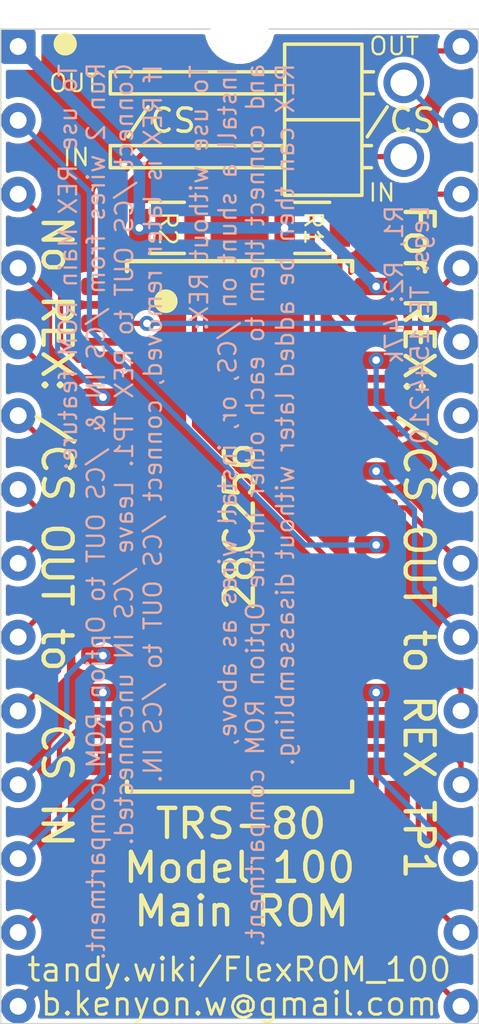
<source format=kicad_pcb>
(kicad_pcb (version 20171130) (host pcbnew 5.1.5-52549c5~84~ubuntu19.04.1)

  (general
    (thickness 1.6)
    (drawings 28)
    (tracks 118)
    (zones 0)
    (modules 5)
    (nets 30)
  )

  (page A4)
  (layers
    (0 F.Cu signal)
    (31 B.Cu signal)
    (32 B.Adhes user hide)
    (33 F.Adhes user hide)
    (34 B.Paste user hide)
    (35 F.Paste user hide)
    (36 B.SilkS user)
    (37 F.SilkS user)
    (38 B.Mask user)
    (39 F.Mask user)
    (40 Dwgs.User user hide)
    (41 Cmts.User user hide)
    (42 Eco1.User user hide)
    (43 Eco2.User user hide)
    (44 Edge.Cuts user)
    (45 Margin user hide)
    (46 B.CrtYd user hide)
    (47 F.CrtYd user hide)
    (48 B.Fab user hide)
    (49 F.Fab user hide)
  )

  (setup
    (last_trace_width 0.25)
    (user_trace_width 0.16)
    (user_trace_width 0.18)
    (user_trace_width 0.2)
    (user_trace_width 0.4)
    (user_trace_width 0.6)
    (user_trace_width 0.8)
    (trace_clearance 0.2)
    (zone_clearance 0.508)
    (zone_45_only no)
    (trace_min 0.16)
    (via_size 0.8)
    (via_drill 0.4)
    (via_min_size 0.52)
    (via_min_drill 0.26)
    (user_via 0.52 0.26)
    (user_via 0.92 0.4)
    (uvia_size 0.3)
    (uvia_drill 0.1)
    (uvias_allowed no)
    (uvia_min_size 0.2)
    (uvia_min_drill 0.1)
    (edge_width 0.05)
    (segment_width 0.2)
    (pcb_text_width 0.3)
    (pcb_text_size 1.5 1.5)
    (mod_edge_width 0.12)
    (mod_text_size 1 1)
    (mod_text_width 0.15)
    (pad_size 1.2 1.2)
    (pad_drill 0.58)
    (pad_to_mask_clearance 0)
    (aux_axis_origin 0 0)
    (visible_elements FFFFFF7F)
    (pcbplotparams
      (layerselection 0x010fc_ffffffff)
      (usegerberextensions false)
      (usegerberattributes false)
      (usegerberadvancedattributes false)
      (creategerberjobfile false)
      (excludeedgelayer true)
      (linewidth 0.100000)
      (plotframeref false)
      (viasonmask false)
      (mode 1)
      (useauxorigin false)
      (hpglpennumber 1)
      (hpglpenspeed 20)
      (hpglpendiameter 15.000000)
      (psnegative false)
      (psa4output false)
      (plotreference true)
      (plotvalue true)
      (plotinvisibletext false)
      (padsonsilk false)
      (subtractmaskfromsilk false)
      (outputformat 1)
      (mirror false)
      (drillshape 1)
      (scaleselection 1)
      (outputdirectory ""))
  )

  (net 0 "")
  (net 1 /VCC)
  (net 2 /D3)
  (net 3 /A10)
  (net 4 /D4)
  (net 5 /A7)
  (net 6 /D5)
  (net 7 /A6)
  (net 8 /D6)
  (net 9 /A5)
  (net 10 /D7)
  (net 11 /A4)
  (net 12 /A11)
  (net 13 /A3)
  (net 14 /~OE)
  (net 15 /A2)
  (net 16 /A13)
  (net 17 /A1)
  (net 18 /A0)
  (net 19 /A12)
  (net 20 /D0)
  (net 21 /A9)
  (net 22 /D1)
  (net 23 /A8)
  (net 24 /D2)
  (net 25 /~CS_OUT)
  (net 26 /GND)
  (net 27 /A14)
  (net 28 /~CS_IN)
  (net 29 /~WE)

  (net_class Default "This is the default net class."
    (clearance 0.2)
    (trace_width 0.25)
    (via_dia 0.8)
    (via_drill 0.4)
    (uvia_dia 0.3)
    (uvia_drill 0.1)
    (add_net /A0)
    (add_net /A1)
    (add_net /A10)
    (add_net /A11)
    (add_net /A12)
    (add_net /A13)
    (add_net /A14)
    (add_net /A2)
    (add_net /A3)
    (add_net /A4)
    (add_net /A5)
    (add_net /A6)
    (add_net /A7)
    (add_net /A8)
    (add_net /A9)
    (add_net /D0)
    (add_net /D1)
    (add_net /D2)
    (add_net /D3)
    (add_net /D4)
    (add_net /D5)
    (add_net /D6)
    (add_net /D7)
    (add_net /GND)
    (add_net /VCC)
    (add_net /~CS_IN)
    (add_net /~CS_OUT)
    (add_net /~OE)
    (add_net /~WE)
  )

  (module 000_LOCAL:SOIC28W (layer F.Cu) (tedit 5E621A1B) (tstamp 5E238CDF)
    (at 150 100)
    (descr "28-Lead Plastic Small Outline (SO) - Wide, 7.50 mm Body [SOIC] (see Microchip Packaging Specification 00000049BS.pdf)")
    (tags "SOIC 1.27")
    (path /5E5B130A)
    (attr smd)
    (fp_text reference U1 (at 0 -10.05) (layer F.SilkS) hide
      (effects (font (size 1 1) (thickness 0.15)))
    )
    (fp_text value 28C256 (at -0.0003 -0.0002 -90) (layer F.SilkS)
      (effects (font (size 1 1) (thickness 0.15)))
    )
    (fp_line (start -3.875 9.125) (end 3.875 9.125) (layer F.SilkS) (width 0.15))
    (fp_line (start -3.875 -9.125) (end 3.875 -9.125) (layer F.SilkS) (width 0.15))
    (fp_line (start -3.875 9.125) (end -3.875 8.78) (layer F.SilkS) (width 0.15))
    (fp_line (start 3.875 9.125) (end 3.875 8.78) (layer F.SilkS) (width 0.15))
    (fp_line (start 3.875 -9.125) (end 3.875 -8.78) (layer F.SilkS) (width 0.15))
    (fp_line (start -3.875 -9.125) (end -3.875 -8.78) (layer F.SilkS) (width 0.15))
    (fp_line (start -5.95 9.3) (end 5.95 9.3) (layer F.CrtYd) (width 0.05))
    (fp_line (start -5.95 -9.3) (end 5.95 -9.3) (layer F.CrtYd) (width 0.05))
    (fp_line (start 5.95 -9.3) (end 5.95 9.3) (layer F.CrtYd) (width 0.05))
    (fp_line (start -5.95 -9.3) (end -5.95 9.3) (layer F.CrtYd) (width 0.05))
    (fp_line (start -3.75 -7.95) (end -2.75 -8.95) (layer F.Fab) (width 0.15))
    (fp_line (start -3.75 8.95) (end -3.75 -7.95) (layer F.Fab) (width 0.15))
    (fp_line (start 3.75 8.95) (end -3.75 8.95) (layer F.Fab) (width 0.15))
    (fp_line (start 3.75 -8.95) (end 3.75 8.95) (layer F.Fab) (width 0.15))
    (fp_line (start -2.75 -8.95) (end 3.75 -8.95) (layer F.Fab) (width 0.15))
    (fp_text user %R (at -0.01 1.61) (layer F.Fab)
      (effects (font (size 1 1) (thickness 0.15)))
    )
    (fp_circle (center -2.54 -7.747) (end -2.3368 -7.747) (layer F.SilkS) (width 0.4064))
    (pad 28 smd roundrect (at 4.7 -8.255) (size 1.5 0.6) (layers F.Cu F.Paste F.Mask) (roundrect_rratio 0.25)
      (net 1 /VCC))
    (pad 27 smd roundrect (at 4.7 -6.985) (size 1.5 0.6) (layers F.Cu F.Paste F.Mask) (roundrect_rratio 0.25)
      (net 29 /~WE))
    (pad 26 smd roundrect (at 4.7 -5.715) (size 1.5 0.6) (layers F.Cu F.Paste F.Mask) (roundrect_rratio 0.25)
      (net 16 /A13))
    (pad 25 smd roundrect (at 4.7 -4.445) (size 1.5 0.6) (layers F.Cu F.Paste F.Mask) (roundrect_rratio 0.25)
      (net 23 /A8))
    (pad 24 smd roundrect (at 4.7 -3.175) (size 1.5 0.6) (layers F.Cu F.Paste F.Mask) (roundrect_rratio 0.25)
      (net 21 /A9))
    (pad 23 smd roundrect (at 4.7 -1.905) (size 1.5 0.6) (layers F.Cu F.Paste F.Mask) (roundrect_rratio 0.25)
      (net 12 /A11))
    (pad 22 smd roundrect (at 4.7 -0.635) (size 1.5 0.6) (layers F.Cu F.Paste F.Mask) (roundrect_rratio 0.25)
      (net 14 /~OE))
    (pad 21 smd roundrect (at 4.7 0.635) (size 1.5 0.6) (layers F.Cu F.Paste F.Mask) (roundrect_rratio 0.25)
      (net 3 /A10))
    (pad 20 smd roundrect (at 4.7 1.905) (size 1.5 0.6) (layers F.Cu F.Paste F.Mask) (roundrect_rratio 0.25)
      (net 28 /~CS_IN))
    (pad 19 smd roundrect (at 4.7 3.175) (size 1.5 0.6) (layers F.Cu F.Paste F.Mask) (roundrect_rratio 0.25)
      (net 10 /D7))
    (pad 18 smd roundrect (at 4.7 4.445) (size 1.5 0.6) (layers F.Cu F.Paste F.Mask) (roundrect_rratio 0.25)
      (net 8 /D6))
    (pad 17 smd roundrect (at 4.7 5.715) (size 1.5 0.6) (layers F.Cu F.Paste F.Mask) (roundrect_rratio 0.25)
      (net 6 /D5))
    (pad 16 smd roundrect (at 4.7 6.985) (size 1.5 0.6) (layers F.Cu F.Paste F.Mask) (roundrect_rratio 0.25)
      (net 4 /D4))
    (pad 15 smd roundrect (at 4.7 8.255) (size 1.5 0.6) (layers F.Cu F.Paste F.Mask) (roundrect_rratio 0.25)
      (net 2 /D3))
    (pad 14 smd roundrect (at -4.7 8.255) (size 1.5 0.6) (layers F.Cu F.Paste F.Mask) (roundrect_rratio 0.25)
      (net 26 /GND))
    (pad 13 smd roundrect (at -4.7 6.985) (size 1.5 0.6) (layers F.Cu F.Paste F.Mask) (roundrect_rratio 0.25)
      (net 24 /D2))
    (pad 12 smd roundrect (at -4.7 5.715) (size 1.5 0.6) (layers F.Cu F.Paste F.Mask) (roundrect_rratio 0.25)
      (net 22 /D1))
    (pad 11 smd roundrect (at -4.7 4.445) (size 1.5 0.6) (layers F.Cu F.Paste F.Mask) (roundrect_rratio 0.25)
      (net 20 /D0))
    (pad 10 smd roundrect (at -4.7 3.175) (size 1.5 0.6) (layers F.Cu F.Paste F.Mask) (roundrect_rratio 0.25)
      (net 18 /A0))
    (pad 9 smd roundrect (at -4.7 1.905) (size 1.5 0.6) (layers F.Cu F.Paste F.Mask) (roundrect_rratio 0.25)
      (net 17 /A1))
    (pad 8 smd roundrect (at -4.7 0.635) (size 1.5 0.6) (layers F.Cu F.Paste F.Mask) (roundrect_rratio 0.25)
      (net 15 /A2))
    (pad 7 smd roundrect (at -4.7 -0.635) (size 1.5 0.6) (layers F.Cu F.Paste F.Mask) (roundrect_rratio 0.25)
      (net 13 /A3))
    (pad 6 smd roundrect (at -4.7 -1.905) (size 1.5 0.6) (layers F.Cu F.Paste F.Mask) (roundrect_rratio 0.25)
      (net 11 /A4))
    (pad 5 smd roundrect (at -4.7 -3.175) (size 1.5 0.6) (layers F.Cu F.Paste F.Mask) (roundrect_rratio 0.25)
      (net 9 /A5))
    (pad 4 smd roundrect (at -4.7 -4.445) (size 1.5 0.6) (layers F.Cu F.Paste F.Mask) (roundrect_rratio 0.25)
      (net 7 /A6))
    (pad 3 smd roundrect (at -4.7 -5.715) (size 1.5 0.6) (layers F.Cu F.Paste F.Mask) (roundrect_rratio 0.25)
      (net 5 /A7))
    (pad 2 smd roundrect (at -4.7 -6.985) (size 1.5 0.6) (layers F.Cu F.Paste F.Mask) (roundrect_rratio 0.25)
      (net 19 /A12))
    (pad 1 smd roundrect (at -4.7 -8.255) (size 1.5 0.6) (layers F.Cu F.Paste F.Mask) (roundrect_rratio 0.25)
      (net 27 /A14))
    (model ${KIPRJMOD}/000_LOCAL.pretty/packages3d/SOIC28W.step
      (at (xyz 0 0 0))
      (scale (xyz 1 1 1))
      (rotate (xyz 0 0 0))
    )
  )

  (module 000_LOCAL:DIP-28_W15.24mm_pcb_sil_pins (layer F.Cu) (tedit 5E673597) (tstamp 5E369E74)
    (at 150 100)
    (descr "28-lead though-hole mounted DIP package, row spacing 15.24 mm (600 mils)")
    (tags "THT DIP DIL PDIP 2.54mm 15.24mm 600mil")
    (path /5E5C209E)
    (fp_text reference J1 (at 0 -18.84) (layer F.SilkS) hide
      (effects (font (size 1 1) (thickness 0.15)))
    )
    (fp_text value "LH535618 DIP LEGS" (at 0 18.84) (layer F.Fab)
      (effects (font (size 1 1) (thickness 0.15)))
    )
    (fp_line (start 8.22 -17.11) (end -8.22 -17.11) (layer F.CrtYd) (width 0.01))
    (fp_line (start 8.22 17.11) (end 8.22 -17.11) (layer F.CrtYd) (width 0.01))
    (fp_line (start -8.22 17.11) (end 8.22 17.11) (layer F.CrtYd) (width 0.01))
    (fp_line (start -8.22 -17.11) (end -8.22 17.11) (layer F.CrtYd) (width 0.01))
    (fp_text user %R (at 0.27 3.12) (layer F.Fab)
      (effects (font (size 1 1) (thickness 0.15)))
    )
    (pad "" np_thru_hole circle (at 0 -17.11) (size 2 2) (drill 2) (layers *.Cu *.Mask))
    (pad 1 thru_hole roundrect (at -7.62 -16.51) (size 1.2 1.2) (drill 0.58) (layers *.Cu *.Mask) (roundrect_rratio 0.1)
      (net 1 /VCC))
    (pad 15 thru_hole circle (at 7.62 16.51) (size 1.2 1.2) (drill 0.58) (layers *.Cu *.Mask)
      (net 2 /D3))
    (pad 2 thru_hole circle (at -7.62 -13.97) (size 1.2 1.2) (drill 0.58) (layers *.Cu *.Mask)
      (net 3 /A10))
    (pad 16 thru_hole circle (at 7.62 13.97) (size 1.2 1.2) (drill 0.58) (layers *.Cu *.Mask)
      (net 4 /D4))
    (pad 3 thru_hole circle (at -7.62 -11.43) (size 1.2 1.2) (drill 0.58) (layers *.Cu *.Mask)
      (net 5 /A7))
    (pad 17 thru_hole circle (at 7.62 11.43) (size 1.2 1.2) (drill 0.58) (layers *.Cu *.Mask)
      (net 6 /D5))
    (pad 4 thru_hole circle (at -7.62 -8.89) (size 1.2 1.2) (drill 0.58) (layers *.Cu *.Mask)
      (net 7 /A6))
    (pad 18 thru_hole circle (at 7.62 8.89) (size 1.2 1.2) (drill 0.58) (layers *.Cu *.Mask)
      (net 8 /D6))
    (pad 5 thru_hole circle (at -7.62 -6.35) (size 1.2 1.2) (drill 0.58) (layers *.Cu *.Mask)
      (net 9 /A5))
    (pad 19 thru_hole circle (at 7.62 6.35) (size 1.2 1.2) (drill 0.58) (layers *.Cu *.Mask)
      (net 10 /D7))
    (pad 6 thru_hole circle (at -7.62 -3.81) (size 1.2 1.2) (drill 0.58) (layers *.Cu *.Mask)
      (net 11 /A4))
    (pad 20 thru_hole circle (at 7.62 3.81) (size 1.2 1.2) (drill 0.58) (layers *.Cu *.Mask)
      (net 12 /A11))
    (pad 7 thru_hole circle (at -7.62 -1.27) (size 1.2 1.2) (drill 0.58) (layers *.Cu *.Mask)
      (net 13 /A3))
    (pad 21 thru_hole circle (at 7.62 1.27) (size 1.2 1.2) (drill 0.58) (layers *.Cu *.Mask)
      (net 14 /~OE))
    (pad 8 thru_hole circle (at -7.62 1.27) (size 1.2 1.2) (drill 0.58) (layers *.Cu *.Mask)
      (net 15 /A2))
    (pad 22 thru_hole circle (at 7.62 -1.27) (size 1.2 1.2) (drill 0.58) (layers *.Cu *.Mask)
      (net 16 /A13))
    (pad 9 thru_hole circle (at -7.62 3.81) (size 1.2 1.2) (drill 0.58) (layers *.Cu *.Mask)
      (net 17 /A1))
    (pad 23 thru_hole circle (at 7.62 -3.81) (size 1.2 1.2) (drill 0.58) (layers *.Cu *.Mask))
    (pad 10 thru_hole circle (at -7.62 6.35) (size 1.2 1.2) (drill 0.58) (layers *.Cu *.Mask)
      (net 18 /A0))
    (pad 24 thru_hole circle (at 7.62 -6.35) (size 1.2 1.2) (drill 0.58) (layers *.Cu *.Mask)
      (net 19 /A12))
    (pad 11 thru_hole circle (at -7.62 8.89) (size 1.2 1.2) (drill 0.58) (layers *.Cu *.Mask)
      (net 20 /D0))
    (pad 25 thru_hole circle (at 7.62 -8.89) (size 1.2 1.2) (drill 0.58) (layers *.Cu *.Mask)
      (net 21 /A9))
    (pad 12 thru_hole circle (at -7.62 11.43) (size 1.2 1.2) (drill 0.58) (layers *.Cu *.Mask)
      (net 22 /D1))
    (pad 26 thru_hole circle (at 7.62 -11.43) (size 1.2 1.2) (drill 0.58) (layers *.Cu *.Mask)
      (net 23 /A8))
    (pad 13 thru_hole circle (at -7.62 13.97) (size 1.2 1.2) (drill 0.58) (layers *.Cu *.Mask)
      (net 24 /D2))
    (pad 27 thru_hole circle (at 7.62 -13.97) (size 1.2 1.2) (drill 0.58) (layers *.Cu *.Mask)
      (net 25 /~CS_OUT))
    (pad 14 thru_hole circle (at -7.62 16.51) (size 1.2 1.2) (drill 0.58) (layers *.Cu *.Mask)
      (net 26 /GND))
    (pad 28 thru_hole circle (at 7.62 -16.51) (size 1.2 1.2) (drill 0.58) (layers *.Cu *.Mask)
      (net 27 /A14))
    (model ${KIPRJMOD}/000_LOCAL.pretty/packages3d/DIL_LEG.step
      (offset (xyz -7.62 16.51 0.18))
      (scale (xyz 1 1 1))
      (rotate (xyz 0 0 0))
    )
    (model ${KIPRJMOD}/000_LOCAL.pretty/packages3d/DIL_LEG.step
      (offset (xyz -7.62 13.97 0.18))
      (scale (xyz 1 1 1))
      (rotate (xyz 0 0 0))
    )
    (model ${KIPRJMOD}/000_LOCAL.pretty/packages3d/DIL_LEG.step
      (offset (xyz -7.62 11.43 0.18))
      (scale (xyz 1 1 1))
      (rotate (xyz 0 0 0))
    )
    (model ${KIPRJMOD}/000_LOCAL.pretty/packages3d/DIL_LEG.step
      (offset (xyz -7.62 8.890000000000001 0.18))
      (scale (xyz 1 1 1))
      (rotate (xyz 0 0 0))
    )
    (model ${KIPRJMOD}/000_LOCAL.pretty/packages3d/DIL_LEG.step
      (offset (xyz -7.62 6.35 0.18))
      (scale (xyz 1 1 1))
      (rotate (xyz 0 0 0))
    )
    (model ${KIPRJMOD}/000_LOCAL.pretty/packages3d/DIL_LEG.step
      (offset (xyz -7.62 3.81 0.18))
      (scale (xyz 1 1 1))
      (rotate (xyz 0 0 0))
    )
    (model ${KIPRJMOD}/000_LOCAL.pretty/packages3d/DIL_LEG.step
      (offset (xyz -7.62 1.27 0.18))
      (scale (xyz 1 1 1))
      (rotate (xyz 0 0 0))
    )
    (model ${KIPRJMOD}/000_LOCAL.pretty/packages3d/DIL_LEG.step
      (offset (xyz -7.62 -1.27 0.18))
      (scale (xyz 1 1 1))
      (rotate (xyz 0 0 0))
    )
    (model ${KIPRJMOD}/000_LOCAL.pretty/packages3d/DIL_LEG.step
      (offset (xyz -7.62 -3.81 0.18))
      (scale (xyz 1 1 1))
      (rotate (xyz 0 0 0))
    )
    (model ${KIPRJMOD}/000_LOCAL.pretty/packages3d/DIL_LEG.step
      (offset (xyz -7.62 -6.35 0.18))
      (scale (xyz 1 1 1))
      (rotate (xyz 0 0 0))
    )
    (model ${KIPRJMOD}/000_LOCAL.pretty/packages3d/DIL_LEG.step
      (offset (xyz -7.62 -8.890000000000001 0.18))
      (scale (xyz 1 1 1))
      (rotate (xyz 0 0 0))
    )
    (model ${KIPRJMOD}/000_LOCAL.pretty/packages3d/DIL_LEG.step
      (offset (xyz -7.62 -11.43 0.18))
      (scale (xyz 1 1 1))
      (rotate (xyz 0 0 0))
    )
    (model ${KIPRJMOD}/000_LOCAL.pretty/packages3d/DIL_LEG.step
      (offset (xyz -7.62 -13.97 0.18))
      (scale (xyz 1 1 1))
      (rotate (xyz 0 0 0))
    )
    (model ${KIPRJMOD}/000_LOCAL.pretty/packages3d/DIL_LEG.step
      (offset (xyz -7.62 -16.51 0.18))
      (scale (xyz 1 1 1))
      (rotate (xyz 0 0 0))
    )
    (model ${KIPRJMOD}/000_LOCAL.pretty/packages3d/DIL_LEG.step
      (offset (xyz 7.62 -16.51 0.18))
      (scale (xyz 1 1 1))
      (rotate (xyz 0 0 0))
    )
    (model ${KIPRJMOD}/000_LOCAL.pretty/packages3d/DIL_LEG.step
      (offset (xyz 7.62 -13.97 0.18))
      (scale (xyz 1 1 1))
      (rotate (xyz 0 0 0))
    )
    (model ${KIPRJMOD}/000_LOCAL.pretty/packages3d/DIL_LEG.step
      (offset (xyz 7.62 -11.43 0.18))
      (scale (xyz 1 1 1))
      (rotate (xyz 0 0 0))
    )
    (model ${KIPRJMOD}/000_LOCAL.pretty/packages3d/DIL_LEG.step
      (offset (xyz 7.62 -8.890000000000001 0.18))
      (scale (xyz 1 1 1))
      (rotate (xyz 0 0 0))
    )
    (model ${KIPRJMOD}/000_LOCAL.pretty/packages3d/DIL_LEG.step
      (offset (xyz 7.62 -6.35 0.18))
      (scale (xyz 1 1 1))
      (rotate (xyz 0 0 0))
    )
    (model ${KIPRJMOD}/000_LOCAL.pretty/packages3d/DIL_LEG.step
      (offset (xyz 7.62 -3.81 0.18))
      (scale (xyz 1 1 1))
      (rotate (xyz 0 0 0))
    )
    (model ${KIPRJMOD}/000_LOCAL.pretty/packages3d/DIL_LEG.step
      (offset (xyz 7.62 -1.27 0.18))
      (scale (xyz 1 1 1))
      (rotate (xyz 0 0 0))
    )
    (model ${KIPRJMOD}/000_LOCAL.pretty/packages3d/DIL_LEG.step
      (offset (xyz 7.62 1.27 0.18))
      (scale (xyz 1 1 1))
      (rotate (xyz 0 0 0))
    )
    (model ${KIPRJMOD}/000_LOCAL.pretty/packages3d/DIL_LEG.step
      (offset (xyz 7.62 3.81 0.18))
      (scale (xyz 1 1 1))
      (rotate (xyz 0 0 0))
    )
    (model ${KIPRJMOD}/000_LOCAL.pretty/packages3d/DIL_LEG.step
      (offset (xyz 7.62 6.35 0.18))
      (scale (xyz 1 1 1))
      (rotate (xyz 0 0 0))
    )
    (model ${KIPRJMOD}/000_LOCAL.pretty/packages3d/DIL_LEG.step
      (offset (xyz 7.62 8.890000000000001 0.18))
      (scale (xyz 1 1 1))
      (rotate (xyz 0 0 0))
    )
    (model ${KIPRJMOD}/000_LOCAL.pretty/packages3d/DIL_LEG.step
      (offset (xyz 7.62 11.43 0.18))
      (scale (xyz 1 1 1))
      (rotate (xyz 0 0 0))
    )
    (model ${KIPRJMOD}/000_LOCAL.pretty/packages3d/DIL_LEG.step
      (offset (xyz 7.62 13.97 0.18))
      (scale (xyz 1 1 1))
      (rotate (xyz 0 0 0))
    )
    (model ${KIPRJMOD}/000_LOCAL.pretty/packages3d/DIL_LEG.step
      (offset (xyz 7.62 16.51 0.18))
      (scale (xyz 1 1 1))
      (rotate (xyz 0 0 0))
    )
  )

  (module 000_LOCAL:Pin_Header_Angled_1x02_Pitch2.54mm (layer F.Cu) (tedit 5E349946) (tstamp 5E4387A7)
    (at 155.65 87.28 180)
    (descr "Through hole angled pin header, 1x02, 2.54mm pitch, 6mm pin length, single row")
    (tags "Through hole angled pin header THT 1x02 2.54mm single row")
    (path /5E68B8A2)
    (fp_text reference JP1 (at 4.385 -2.27 180) (layer F.SilkS) hide
      (effects (font (size 1 1) (thickness 0.15)))
    )
    (fp_text value "/CS breakout (REX TP1)" (at 4.385 4.81 180) (layer F.Fab)
      (effects (font (size 1 1) (thickness 0.15)))
    )
    (fp_line (start 2.135 -1.27) (end 4.04 -1.27) (layer F.Fab) (width 0.1))
    (fp_line (start 4.04 -1.27) (end 4.04 3.81) (layer F.Fab) (width 0.1))
    (fp_line (start 4.04 3.81) (end 1.5 3.81) (layer F.Fab) (width 0.1))
    (fp_line (start 1.5 3.81) (end 1.5 -0.635) (layer F.Fab) (width 0.1))
    (fp_line (start 1.5 -0.635) (end 2.135 -1.27) (layer F.Fab) (width 0.1))
    (fp_line (start -0.32 -0.32) (end 1.5 -0.32) (layer F.Fab) (width 0.1))
    (fp_line (start -0.32 -0.32) (end -0.32 0.32) (layer F.Fab) (width 0.1))
    (fp_line (start -0.32 0.32) (end 1.5 0.32) (layer F.Fab) (width 0.1))
    (fp_line (start 4.04 -0.32) (end 10.04 -0.32) (layer F.Fab) (width 0.1))
    (fp_line (start 10.04 -0.32) (end 10.04 0.32) (layer F.Fab) (width 0.1))
    (fp_line (start 4.04 0.32) (end 10.04 0.32) (layer F.Fab) (width 0.1))
    (fp_line (start -0.32 2.22) (end 1.5 2.22) (layer F.Fab) (width 0.1))
    (fp_line (start -0.32 2.22) (end -0.32 2.86) (layer F.Fab) (width 0.1))
    (fp_line (start -0.32 2.86) (end 1.5 2.86) (layer F.Fab) (width 0.1))
    (fp_line (start 4.04 2.22) (end 10.04 2.22) (layer F.Fab) (width 0.1))
    (fp_line (start 10.04 2.22) (end 10.04 2.86) (layer F.Fab) (width 0.1))
    (fp_line (start 4.04 2.86) (end 10.04 2.86) (layer F.Fab) (width 0.1))
    (fp_line (start 1.44 -1.33) (end 1.44 3.87) (layer F.SilkS) (width 0.12))
    (fp_line (start 1.44 3.87) (end 4.1 3.87) (layer F.SilkS) (width 0.12))
    (fp_line (start 4.1 3.87) (end 4.1 -1.33) (layer F.SilkS) (width 0.12))
    (fp_line (start 4.1 -1.33) (end 1.44 -1.33) (layer F.SilkS) (width 0.12))
    (fp_line (start 4.1 -0.38) (end 10.1 -0.38) (layer F.SilkS) (width 0.12))
    (fp_line (start 10.1 -0.38) (end 10.1 0.38) (layer F.SilkS) (width 0.12))
    (fp_line (start 10.1 0.38) (end 4.1 0.38) (layer F.SilkS) (width 0.12))
    (fp_line (start 1.11 -0.38) (end 1.44 -0.38) (layer F.SilkS) (width 0.12))
    (fp_line (start 1.11 0.38) (end 1.44 0.38) (layer F.SilkS) (width 0.12))
    (fp_line (start 1.44 1.27) (end 4.1 1.27) (layer F.SilkS) (width 0.12))
    (fp_line (start 4.1 2.16) (end 10.1 2.16) (layer F.SilkS) (width 0.12))
    (fp_line (start 10.1 2.16) (end 10.1 2.92) (layer F.SilkS) (width 0.12))
    (fp_line (start 10.1 2.92) (end 4.1 2.92) (layer F.SilkS) (width 0.12))
    (fp_line (start 1.042929 2.16) (end 1.44 2.16) (layer F.SilkS) (width 0.12))
    (fp_line (start 1.042929 2.92) (end 1.44 2.92) (layer F.SilkS) (width 0.12))
    (fp_line (start -1.8 -1.8) (end -1.8 4.35) (layer F.CrtYd) (width 0.05))
    (fp_line (start -1.8 4.35) (end 10.55 4.35) (layer F.CrtYd) (width 0.05))
    (fp_line (start 10.55 4.35) (end 10.55 -1.8) (layer F.CrtYd) (width 0.05))
    (fp_line (start 10.55 -1.8) (end -1.8 -1.8) (layer F.CrtYd) (width 0.05))
    (fp_text user %R (at 2.77 1.27 270) (layer F.Fab)
      (effects (font (size 1 1) (thickness 0.15)))
    )
    (pad 1 thru_hole circle (at 0 0 180) (size 1.4 1.4) (drill 0.914) (layers *.Cu *.Mask)
      (net 28 /~CS_IN))
    (pad 2 thru_hole circle (at 0 2.54 180) (size 1.4 1.4) (drill 0.914) (layers *.Cu *.Mask)
      (net 25 /~CS_OUT))
    (model ${KIPRJMOD}/000_LOCAL.pretty/packages3d/PinHeader_1x02_P2.54mm_Horizontal.step
      (at (xyz 0 0 0))
      (scale (xyz 1 1 1))
      (rotate (xyz 0 0 0))
    )
  )

  (module 000_LOCAL:R_0805 (layer F.Cu) (tedit 5E24F165) (tstamp 5E34A4C4)
    (at 147.5 89.73 180)
    (descr "Resistor SMD 0805, reflow soldering, Vishay (see dcrcw.pdf)")
    (tags "resistor 0805")
    (path /5E68C7F8)
    (attr smd)
    (fp_text reference R2 (at -0.04 -0.02 270 unlocked) (layer F.SilkS)
      (effects (font (size 0.6 0.6) (thickness 0.08)))
    )
    (fp_text value 47K (at 0 1.75) (layer F.Fab)
      (effects (font (size 1 1) (thickness 0.15)))
    )
    (fp_text user %R (at 0 0) (layer F.Fab)
      (effects (font (size 0.5 0.5) (thickness 0.075)))
    )
    (fp_line (start -1 0.62) (end -1 -0.62) (layer F.Fab) (width 0.1))
    (fp_line (start 1 0.62) (end -1 0.62) (layer F.Fab) (width 0.1))
    (fp_line (start 1 -0.62) (end 1 0.62) (layer F.Fab) (width 0.1))
    (fp_line (start -1 -0.62) (end 1 -0.62) (layer F.Fab) (width 0.1))
    (fp_line (start 0.6 0.88) (end -0.6 0.88) (layer F.SilkS) (width 0.12))
    (fp_line (start -0.6 -0.88) (end 0.6 -0.88) (layer F.SilkS) (width 0.12))
    (fp_line (start -1.55 -0.9) (end 1.55 -0.9) (layer F.CrtYd) (width 0.05))
    (fp_line (start -1.55 -0.9) (end -1.55 0.9) (layer F.CrtYd) (width 0.05))
    (fp_line (start 1.55 0.9) (end 1.55 -0.9) (layer F.CrtYd) (width 0.05))
    (fp_line (start 1.55 0.9) (end -1.55 0.9) (layer F.CrtYd) (width 0.05))
    (pad 1 smd rect (at -0.95 0 180) (size 0.7 1.3) (layers F.Cu F.Paste F.Mask)
      (net 28 /~CS_IN))
    (pad 2 smd rect (at 0.95 0 180) (size 0.7 1.3) (layers F.Cu F.Paste F.Mask)
      (net 1 /VCC))
    (model ${KIPRJMOD}/000_LOCAL.pretty/packages3d/R_0805_2012Metric.step
      (at (xyz 0 0 0))
      (scale (xyz 1 1 1))
      (rotate (xyz 0 0 0))
    )
  )

  (module 000_LOCAL:R_0805 (layer F.Cu) (tedit 5E24F165) (tstamp 5E23DBB2)
    (at 152.5 89.73 180)
    (descr "Resistor SMD 0805, reflow soldering, Vishay (see dcrcw.pdf)")
    (tags "resistor 0805")
    (path /5E6B3AF8)
    (attr smd)
    (fp_text reference R1 (at -0.04 -0.01 270 unlocked) (layer F.SilkS)
      (effects (font (size 0.6 0.6) (thickness 0.08)))
    )
    (fp_text value 47K (at 0 1.75) (layer F.Fab) hide
      (effects (font (size 1 1) (thickness 0.15)))
    )
    (fp_text user %R (at 0 0) (layer F.Fab) hide
      (effects (font (size 0.5 0.5) (thickness 0.075)))
    )
    (fp_line (start -1 0.62) (end -1 -0.62) (layer F.Fab) (width 0.1))
    (fp_line (start 1 0.62) (end -1 0.62) (layer F.Fab) (width 0.1))
    (fp_line (start 1 -0.62) (end 1 0.62) (layer F.Fab) (width 0.1))
    (fp_line (start -1 -0.62) (end 1 -0.62) (layer F.Fab) (width 0.1))
    (fp_line (start 0.6 0.88) (end -0.6 0.88) (layer F.SilkS) (width 0.12))
    (fp_line (start -0.6 -0.88) (end 0.6 -0.88) (layer F.SilkS) (width 0.12))
    (fp_line (start -1.55 -0.9) (end 1.55 -0.9) (layer F.CrtYd) (width 0.05))
    (fp_line (start -1.55 -0.9) (end -1.55 0.9) (layer F.CrtYd) (width 0.05))
    (fp_line (start 1.55 0.9) (end 1.55 -0.9) (layer F.CrtYd) (width 0.05))
    (fp_line (start 1.55 0.9) (end -1.55 0.9) (layer F.CrtYd) (width 0.05))
    (pad 1 smd rect (at -0.95 0 180) (size 0.7 1.3) (layers F.Cu F.Paste F.Mask)
      (net 29 /~WE))
    (pad 2 smd rect (at 0.95 0 180) (size 0.7 1.3) (layers F.Cu F.Paste F.Mask)
      (net 1 /VCC))
    (model ${KIPRJMOD}/000_LOCAL.pretty/packages3d/R_0805_2012Metric.step
      (at (xyz 0 0 0))
      (scale (xyz 1 1 1))
      (rotate (xyz 0 0 0))
    )
  )

  (gr_text tandy.wiki/FlexROM_100 (at 149.99 115.25) (layer F.SilkS) (tstamp 5E438E65)
    (effects (font (size 0.8 0.8) (thickness 0.1)))
  )
  (gr_text IN (at 154.9 88.52) (layer F.SilkS) (tstamp 5E438BE9)
    (effects (font (size 0.6 0.6) (thickness 0.08)))
  )
  (gr_text OUT (at 155.32 83.48) (layer F.SilkS) (tstamp 5E438BC1)
    (effects (font (size 0.6 0.6) (thickness 0.08)))
  )
  (gr_text /CS (at 155.52 86.04) (layer F.SilkS) (tstamp 5E438B4B)
    (effects (font (size 0.8 0.8) (thickness 0.12)))
  )
  (gr_line (start 141.78 117.11) (end 141.78 82.89) (layer Edge.Cuts) (width 0.05) (tstamp 5E36F1C6))
  (gr_line (start 158.22 82.89) (end 158.22 117.11) (layer Edge.Cuts) (width 0.05) (tstamp 5E36F1C5))
  (gr_line (start 141.78 82.89) (end 158.22 82.89) (layer Edge.Cuts) (width 0.05))
  (gr_line (start 141.78 117.11) (end 158.22 117.11) (layer Edge.Cuts) (width 0.05))
  (gr_text "R1, R2: 47k" (at 155.321 88.9 90) (layer B.SilkS) (tstamp 5E369BB7)
    (effects (font (size 0.6 0.6) (thickness 0.08)) (justify left mirror))
  )
  (gr_text "REX can then be added later without disassembling." (at 151.57 96.16 90) (layer B.SilkS) (tstamp 5E35263D)
    (effects (font (size 0.6 0.6) (thickness 0.08)) (justify mirror))
  )
  (gr_text "and connect them to each other in the Option ROM compartment." (at 150.54 99.27 90) (layer B.SilkS) (tstamp 5E352281)
    (effects (font (size 0.6 0.6) (thickness 0.08)) (justify mirror))
  )
  (gr_text "Install a shunt on /CS, or, install wires as above," (at 149.59 95.88 90) (layer B.SilkS) (tstamp 5E35238C)
    (effects (font (size 0.6 0.6) (thickness 0.08)) (justify mirror))
  )
  (gr_text "If REX is later removed, connect /CS OUT to /CS IN." (at 147.02 96.47 90) (layer B.SilkS) (tstamp 5E36A37A)
    (effects (font (size 0.6 0.6) (thickness 0.08)) (justify mirror))
  )
  (gr_text "Connect /CS OUT to REX TP1. Leave /CS IN unconnected." (at 146.03 97.52 90) (layer B.SilkS) (tstamp 5E36A37D)
    (effects (font (size 0.6 0.6) (thickness 0.08)) (justify mirror))
  )
  (gr_text "Run 2 wires from /CS IN & /CS OUT to Option ROM compartment." (at 145.06 99.48 90) (layer B.SilkS) (tstamp 5E36A2F9)
    (effects (font (size 0.6 0.6) (thickness 0.08)) (justify mirror))
  )
  (gr_text "To use without REX:" (at 148.61 88.7 90) (layer B.SilkS) (tstamp 5E351697)
    (effects (font (size 0.6 0.6) (thickness 0.08)) (justify mirror))
  )
  (gr_text "To use REX Main ROM feature:" (at 144.1 91.08 90) (layer B.SilkS) (tstamp 5E36A380)
    (effects (font (size 0.6 0.6) (thickness 0.08)) (justify mirror))
  )
  (gr_text "No REX: /CS OUT to /CS IN" (at 143.71 100.18 -90) (layer F.SilkS) (tstamp 5E350D14)
    (effects (font (size 1 1) (thickness 0.15)))
  )
  (gr_text "For REX: /CS OUT to REX TP1" (at 156.17 100.54 -90) (layer F.SilkS) (tstamp 5E350CB0)
    (effects (font (size 1 1) (thickness 0.15)))
  )
  (gr_text /CS (at 147.29 86.04) (layer F.SilkS) (tstamp 5E34C224)
    (effects (font (size 0.8 0.8) (thickness 0.12)))
  )
  (gr_circle (center 144 83.4) (end 144.2 83.4) (layer F.SilkS) (width 0.4))
  (gr_text OUT (at 144.3 84.75) (layer F.SilkS) (tstamp 5E25583B)
    (effects (font (size 0.6 0.6) (thickness 0.08)))
  )
  (gr_text IN (at 144.38 87.3) (layer F.SilkS) (tstamp 5E2556CF)
    (effects (font (size 0.6 0.6) (thickness 0.08)))
  )
  (gr_text "Legs: TE 1544210" (at 156.21 88.9 90) (layer B.SilkS) (tstamp 5E253AF7)
    (effects (font (size 0.6 0.6) (thickness 0.08)) (justify left mirror))
  )
  (gr_text b.kenyon.w@gmail.com (at 149.98 116.42) (layer F.SilkS) (tstamp 5E2410FA)
    (effects (font (size 0.8 0.8) (thickness 0.1)))
  )
  (gr_text "Main ROM" (at 150.07 113.24) (layer F.SilkS) (tstamp 5E2410A5)
    (effects (font (size 1 1) (thickness 0.15)))
  )
  (gr_text TRS-80 (at 150.05 110.23) (layer F.SilkS) (tstamp 5E241050)
    (effects (font (size 1 1) (thickness 0.15)))
  )
  (gr_text "Model 100" (at 150 111.74) (layer F.SilkS)
    (effects (font (size 1 1) (thickness 0.15)))
  )

  (segment (start 154.7 91.745) (end 154.7 91.745) (width 0.18) (layer F.Cu) (net 1))
  (via (at 154.7 91.745) (size 0.52) (drill 0.26) (layers F.Cu B.Cu) (net 1))
  (segment (start 146.55 89.73) (end 146.55 89.73) (width 0.4) (layer F.Cu) (net 1))
  (via (at 146.55 89.73) (size 0.52) (drill 0.26) (layers F.Cu B.Cu) (net 1))
  (segment (start 151.55 89.73) (end 151.55 89.73) (width 0.4) (layer F.Cu) (net 1))
  (via (at 151.55 89.73) (size 0.52) (drill 0.26) (layers F.Cu B.Cu) (net 1))
  (segment (start 146.55 89.73) (end 151.55 89.73) (width 0.4) (layer B.Cu) (net 1))
  (segment (start 152.685 89.73) (end 154.7 91.745) (width 0.4) (layer B.Cu) (net 1))
  (segment (start 151.55 89.73) (end 152.685 89.73) (width 0.4) (layer B.Cu) (net 1))
  (segment (start 146.55 87.66) (end 142.38 83.49) (width 0.4) (layer B.Cu) (net 1))
  (segment (start 146.55 89.73) (end 146.55 87.66) (width 0.4) (layer B.Cu) (net 1))
  (segment (start 154.7 113.59) (end 154.7 108.255) (width 0.18) (layer F.Cu) (net 2))
  (segment (start 157.62 116.51) (end 154.7 113.59) (width 0.18) (layer F.Cu) (net 2))
  (via (at 154.7 100.64) (size 0.52) (drill 0.26) (layers F.Cu B.Cu) (net 3))
  (segment (start 144.8308 88.4808) (end 142.38 86.03) (width 0.18) (layer B.Cu) (net 3))
  (segment (start 144.8308 93.218) (end 144.8308 88.4808) (width 0.18) (layer B.Cu) (net 3))
  (segment (start 154.7 100.64) (end 152.2528 100.64) (width 0.18) (layer B.Cu) (net 3))
  (segment (start 152.2528 100.64) (end 144.8308 93.218) (width 0.18) (layer B.Cu) (net 3))
  (segment (start 156.15 112.5) (end 157.62 113.97) (width 0.18) (layer F.Cu) (net 4))
  (segment (start 156.15 107.763) (end 156.15 112.5) (width 0.18) (layer F.Cu) (net 4))
  (segment (start 154.7 106.985) (end 155.372 106.985) (width 0.18) (layer F.Cu) (net 4))
  (segment (start 155.372 106.985) (end 156.15 107.763) (width 0.18) (layer F.Cu) (net 4))
  (segment (start 143.84 90.03) (end 142.38 88.57) (width 0.18) (layer F.Cu) (net 5))
  (segment (start 145.3 94.285) (end 144.445 94.285) (width 0.18) (layer F.Cu) (net 5))
  (segment (start 143.84 93.68) (end 143.84 90.03) (width 0.18) (layer F.Cu) (net 5))
  (segment (start 144.445 94.285) (end 143.84 93.68) (width 0.18) (layer F.Cu) (net 5))
  (segment (start 154.7 105.715) (end 154.7 105.715) (width 0.18) (layer F.Cu) (net 6) (tstamp 5E23E684))
  (via (at 154.7 105.715) (size 0.52) (drill 0.26) (layers F.Cu B.Cu) (net 6))
  (segment (start 154.7 108.51) (end 157.62 111.43) (width 0.18) (layer B.Cu) (net 6))
  (segment (start 154.7 105.715) (end 154.7 108.51) (width 0.18) (layer B.Cu) (net 6))
  (segment (start 145.3 95.555) (end 145.3 95.555) (width 0.18) (layer F.Cu) (net 7))
  (via (at 145.3 95.555) (size 0.52) (drill 0.26) (layers F.Cu B.Cu) (net 7))
  (segment (start 143.74 92.47) (end 142.38 91.11) (width 0.18) (layer B.Cu) (net 7))
  (segment (start 145.3 95.555) (end 143.74 93.995) (width 0.18) (layer B.Cu) (net 7))
  (segment (start 143.74 93.995) (end 143.74 92.47) (width 0.18) (layer B.Cu) (net 7))
  (segment (start 155.3466 104.445) (end 154.7 104.445) (width 0.18) (layer F.Cu) (net 8))
  (segment (start 156.23 105.3284) (end 155.3466 104.445) (width 0.18) (layer F.Cu) (net 8))
  (segment (start 156.23 106.75) (end 156.23 105.3284) (width 0.18) (layer F.Cu) (net 8))
  (segment (start 157.62 108.89) (end 157.62 108.14) (width 0.18) (layer F.Cu) (net 8))
  (segment (start 157.62 108.14) (end 156.23 106.75) (width 0.18) (layer F.Cu) (net 8))
  (segment (start 144.445 96.825) (end 145.3 96.825) (width 0.18) (layer F.Cu) (net 9))
  (segment (start 143.76 96.14) (end 144.445 96.825) (width 0.18) (layer F.Cu) (net 9))
  (segment (start 142.38 93.65) (end 143.76 95.03) (width 0.18) (layer F.Cu) (net 9))
  (segment (start 143.76 95.03) (end 143.76 96.14) (width 0.18) (layer F.Cu) (net 9))
  (segment (start 157.62 105.6008) (end 157.62 106.35) (width 0.18) (layer F.Cu) (net 10))
  (segment (start 156.3116 104.2924) (end 157.62 105.6008) (width 0.18) (layer F.Cu) (net 10))
  (segment (start 156.3116 104.14) (end 156.3116 104.2924) (width 0.18) (layer F.Cu) (net 10))
  (segment (start 154.7 103.175) (end 155.3466 103.175) (width 0.18) (layer F.Cu) (net 10))
  (segment (start 155.3466 103.175) (end 156.3116 104.14) (width 0.18) (layer F.Cu) (net 10))
  (segment (start 144.285 98.095) (end 145.3 98.095) (width 0.18) (layer F.Cu) (net 11))
  (segment (start 142.38 96.19) (end 144.285 98.095) (width 0.18) (layer F.Cu) (net 11))
  (via (at 154.7 98.1) (size 0.52) (drill 0.26) (layers F.Cu B.Cu) (net 12))
  (segment (start 156.02 99.42) (end 154.7 98.1) (width 0.18) (layer B.Cu) (net 12))
  (segment (start 157.62 103.81) (end 156.02 102.21) (width 0.18) (layer B.Cu) (net 12))
  (segment (start 156.02 102.21) (end 156.02 99.42) (width 0.18) (layer B.Cu) (net 12))
  (segment (start 145.29 99.375) (end 145.3 99.365) (width 0.18) (layer F.Cu) (net 13))
  (segment (start 142.38 98.73) (end 143.025 99.375) (width 0.18) (layer F.Cu) (net 13))
  (segment (start 143.025 99.375) (end 145.29 99.375) (width 0.18) (layer F.Cu) (net 13))
  (segment (start 155.715 99.365) (end 157.62 101.27) (width 0.18) (layer F.Cu) (net 14))
  (segment (start 154.7 99.365) (end 155.715 99.365) (width 0.18) (layer F.Cu) (net 14))
  (segment (start 143.015 100.635) (end 142.38 101.27) (width 0.18) (layer F.Cu) (net 15))
  (segment (start 145.3 100.635) (end 143.015 100.635) (width 0.18) (layer F.Cu) (net 15))
  (via (at 154.7 94.28) (size 0.52) (drill 0.26) (layers F.Cu B.Cu) (net 16))
  (segment (start 154.7 95.81) (end 157.62 98.73) (width 0.18) (layer B.Cu) (net 16))
  (segment (start 154.7 94.28) (end 154.7 95.81) (width 0.18) (layer B.Cu) (net 16))
  (segment (start 144.835 101.905) (end 145.3 101.905) (width 0.18) (layer F.Cu) (net 17))
  (segment (start 144.285 101.905) (end 142.38 103.81) (width 0.18) (layer F.Cu) (net 17))
  (segment (start 145.3 101.905) (end 144.285 101.905) (width 0.18) (layer F.Cu) (net 17))
  (segment (start 143.77 104.96) (end 142.38 106.35) (width 0.18) (layer F.Cu) (net 18))
  (segment (start 143.77 103.86) (end 143.77 104.96) (width 0.18) (layer F.Cu) (net 18))
  (segment (start 145.3 103.175) (end 144.455 103.175) (width 0.18) (layer F.Cu) (net 18))
  (segment (start 144.455 103.175) (end 143.77 103.86) (width 0.18) (layer F.Cu) (net 18))
  (segment (start 145.3 93.015) (end 146.8118 93.015) (width 0.18) (layer F.Cu) (net 19))
  (via (at 146.8118 93.015) (size 0.52) (drill 0.26) (layers F.Cu B.Cu) (net 19))
  (segment (start 156.985 93.015) (end 157.62 93.65) (width 0.18) (layer B.Cu) (net 19))
  (segment (start 146.8118 93.015) (end 156.985 93.015) (width 0.18) (layer B.Cu) (net 19))
  (segment (start 145.3 104.445) (end 145.3 104.445) (width 0.18) (layer F.Cu) (net 20))
  (via (at 145.3 104.445) (size 0.52) (drill 0.26) (layers F.Cu B.Cu) (net 20))
  (segment (start 144.05 107.22) (end 142.38 108.89) (width 0.18) (layer B.Cu) (net 20))
  (segment (start 144.05 105.1555) (end 144.05 107.22) (width 0.18) (layer B.Cu) (net 20))
  (segment (start 145.3 104.445) (end 144.7605 104.445) (width 0.18) (layer B.Cu) (net 20))
  (segment (start 144.7605 104.445) (end 144.05 105.1555) (width 0.18) (layer B.Cu) (net 20))
  (segment (start 156.23 92.5) (end 157.62 91.11) (width 0.18) (layer F.Cu) (net 21))
  (segment (start 156.23 96.17) (end 156.23 92.5) (width 0.18) (layer F.Cu) (net 21))
  (segment (start 154.7 96.825) (end 155.575 96.825) (width 0.18) (layer F.Cu) (net 21))
  (segment (start 155.575 96.825) (end 156.23 96.17) (width 0.18) (layer F.Cu) (net 21))
  (segment (start 145.3 105.715) (end 145.3 105.715) (width 0.18) (layer F.Cu) (net 22) (tstamp 5E23F312))
  (via (at 145.3 105.715) (size 0.52) (drill 0.26) (layers F.Cu B.Cu) (net 22))
  (segment (start 145.3 108.51) (end 145.3 105.715) (width 0.18) (layer B.Cu) (net 22))
  (segment (start 142.38 111.43) (end 145.3 108.51) (width 0.18) (layer B.Cu) (net 22))
  (segment (start 152.5 94.26) (end 152.5 88.85) (width 0.18) (layer F.Cu) (net 23))
  (segment (start 152.5 88.85) (end 152.78 88.57) (width 0.18) (layer F.Cu) (net 23))
  (segment (start 154.7 95.555) (end 153.795 95.555) (width 0.18) (layer F.Cu) (net 23))
  (segment (start 152.78 88.57) (end 157.62 88.57) (width 0.18) (layer F.Cu) (net 23))
  (segment (start 153.795 95.555) (end 152.5 94.26) (width 0.18) (layer F.Cu) (net 23))
  (segment (start 143.8 112.55) (end 142.38 113.97) (width 0.18) (layer F.Cu) (net 24))
  (segment (start 143.8 107.62) (end 143.8 112.55) (width 0.18) (layer F.Cu) (net 24))
  (segment (start 145.3 106.985) (end 144.435 106.985) (width 0.18) (layer F.Cu) (net 24))
  (segment (start 144.435 106.985) (end 143.8 107.62) (width 0.18) (layer F.Cu) (net 24))
  (segment (start 156.94 86.03) (end 157.62 86.03) (width 0.18) (layer B.Cu) (net 25))
  (segment (start 155.65 84.74) (end 156.94 86.03) (width 0.18) (layer B.Cu) (net 25))
  (segment (start 145.3 113.59) (end 145.3 108.255) (width 0.4) (layer F.Cu) (net 26))
  (segment (start 142.38 116.51) (end 145.3 113.59) (width 0.4) (layer F.Cu) (net 26))
  (segment (start 145.3 88.5324) (end 148.67128 85.16112) (width 0.18) (layer F.Cu) (net 27))
  (segment (start 145.3 91.745) (end 145.3 88.5324) (width 0.18) (layer F.Cu) (net 27))
  (segment (start 157.4678 83.6422) (end 157.62 83.49) (width 0.18) (layer F.Cu) (net 27))
  (segment (start 148.67128 85.16112) (end 151.08888 85.16112) (width 0.18) (layer F.Cu) (net 27))
  (segment (start 152.6078 83.6422) (end 157.4678 83.6422) (width 0.18) (layer F.Cu) (net 27))
  (segment (start 151.08888 85.16112) (end 152.6078 83.6422) (width 0.18) (layer F.Cu) (net 27))
  (segment (start 148.45 89.73) (end 148.45 96.53) (width 0.18) (layer F.Cu) (net 28))
  (segment (start 153.825 101.905) (end 154.7 101.905) (width 0.18) (layer F.Cu) (net 28))
  (segment (start 148.45 96.53) (end 153.825 101.905) (width 0.18) (layer F.Cu) (net 28))
  (segment (start 155.65 87.28) (end 149.9306 87.28) (width 0.18) (layer F.Cu) (net 28))
  (segment (start 148.45 88.7606) (end 148.45 89.73) (width 0.18) (layer F.Cu) (net 28))
  (segment (start 149.9306 87.28) (end 148.45 88.7606) (width 0.18) (layer F.Cu) (net 28))
  (segment (start 153.45 92.66) (end 153.45 89.73) (width 0.18) (layer F.Cu) (net 29))
  (segment (start 154.7 93.015) (end 153.805 93.015) (width 0.18) (layer F.Cu) (net 29))
  (segment (start 153.805 93.015) (end 153.45 92.66) (width 0.18) (layer F.Cu) (net 29))

  (zone (net 26) (net_name /GND) (layer F.Cu) (tstamp 0) (hatch edge 0.508)
    (connect_pads (clearance 0.1524))
    (min_thickness 0.1524)
    (fill yes (arc_segments 32) (thermal_gap 0.1524) (thermal_bridge_width 0.3556) (smoothing fillet) (radius 0.0508))
    (polygon
      (pts
        (xy 158.2166 117.1194) (xy 141.7828 117.094) (xy 141.7828 82.8802) (xy 158.2166 82.8802)
      )
    )
    (filled_polygon
      (pts
        (xy 148.772844 83.262254) (xy 148.869046 83.494507) (xy 149.008711 83.70353) (xy 149.18647 83.881289) (xy 149.395493 84.020954)
        (xy 149.627746 84.117156) (xy 149.874305 84.1662) (xy 150.125695 84.1662) (xy 150.372254 84.117156) (xy 150.604507 84.020954)
        (xy 150.81353 83.881289) (xy 150.991289 83.70353) (xy 151.130954 83.494507) (xy 151.227156 83.262254) (xy 151.250758 83.1436)
        (xy 156.815091 83.1436) (xy 156.777471 83.234422) (xy 156.769201 83.276) (xy 152.625779 83.276) (xy 152.607799 83.274229)
        (xy 152.589819 83.276) (xy 152.589817 83.276) (xy 152.536012 83.281299) (xy 152.466984 83.302239) (xy 152.403366 83.336243)
        (xy 152.347605 83.382005) (xy 152.336141 83.395974) (xy 150.937196 84.79492) (xy 148.689262 84.79492) (xy 148.67128 84.793149)
        (xy 148.653297 84.79492) (xy 148.599492 84.800219) (xy 148.530464 84.821159) (xy 148.466846 84.855163) (xy 148.411085 84.900925)
        (xy 148.399621 84.914894) (xy 145.053775 88.260741) (xy 145.039806 88.272205) (xy 145.028342 88.286174) (xy 144.994043 88.327967)
        (xy 144.96004 88.391584) (xy 144.9391 88.460613) (xy 144.932029 88.5324) (xy 144.933801 88.55039) (xy 144.9338 91.167464)
        (xy 144.7 91.167464) (xy 144.616592 91.175679) (xy 144.536389 91.200008) (xy 144.462474 91.239517) (xy 144.397686 91.292686)
        (xy 144.344517 91.357474) (xy 144.305008 91.431389) (xy 144.280679 91.511592) (xy 144.272464 91.595) (xy 144.272464 91.895)
        (xy 144.280679 91.978408) (xy 144.305008 92.058611) (xy 144.344517 92.132526) (xy 144.397686 92.197314) (xy 144.462474 92.250483)
        (xy 144.536389 92.289992) (xy 144.616592 92.314321) (xy 144.7 92.322536) (xy 145.9 92.322536) (xy 145.983408 92.314321)
        (xy 146.063611 92.289992) (xy 146.137526 92.250483) (xy 146.202314 92.197314) (xy 146.255483 92.132526) (xy 146.294992 92.058611)
        (xy 146.319321 91.978408) (xy 146.327536 91.895) (xy 146.327536 91.595) (xy 146.319321 91.511592) (xy 146.294992 91.431389)
        (xy 146.255483 91.357474) (xy 146.202314 91.292686) (xy 146.137526 91.239517) (xy 146.063611 91.200008) (xy 145.983408 91.175679)
        (xy 145.9 91.167464) (xy 145.6662 91.167464) (xy 145.6662 89.08) (xy 145.922464 89.08) (xy 145.922464 90.38)
        (xy 145.927797 90.434145) (xy 145.94359 90.486208) (xy 145.969237 90.534191) (xy 146.003752 90.576248) (xy 146.045809 90.610763)
        (xy 146.093792 90.63641) (xy 146.145855 90.652203) (xy 146.2 90.657536) (xy 146.9 90.657536) (xy 146.954145 90.652203)
        (xy 147.006208 90.63641) (xy 147.054191 90.610763) (xy 147.096248 90.576248) (xy 147.130763 90.534191) (xy 147.15641 90.486208)
        (xy 147.172203 90.434145) (xy 147.177536 90.38) (xy 147.177536 89.08) (xy 147.172203 89.025855) (xy 147.15641 88.973792)
        (xy 147.130763 88.925809) (xy 147.096248 88.883752) (xy 147.054191 88.849237) (xy 147.006208 88.82359) (xy 146.954145 88.807797)
        (xy 146.9 88.802464) (xy 146.2 88.802464) (xy 146.145855 88.807797) (xy 146.093792 88.82359) (xy 146.045809 88.849237)
        (xy 146.003752 88.883752) (xy 145.969237 88.925809) (xy 145.94359 88.973792) (xy 145.927797 89.025855) (xy 145.922464 89.08)
        (xy 145.6662 89.08) (xy 145.6662 88.684084) (xy 148.822965 85.52732) (xy 151.0709 85.52732) (xy 151.08888 85.529091)
        (xy 151.10686 85.52732) (xy 151.106863 85.52732) (xy 151.160668 85.522021) (xy 151.229696 85.501081) (xy 151.293314 85.467077)
        (xy 151.349075 85.421315) (xy 151.360544 85.40734) (xy 152.759485 84.0084) (xy 155.001045 84.0084) (xy 154.891736 84.117709)
        (xy 154.784903 84.277596) (xy 154.711315 84.455253) (xy 154.6738 84.643853) (xy 154.6738 84.836147) (xy 154.711315 85.024747)
        (xy 154.784903 85.202404) (xy 154.891736 85.362291) (xy 155.027709 85.498264) (xy 155.187596 85.605097) (xy 155.365253 85.678685)
        (xy 155.553853 85.7162) (xy 155.746147 85.7162) (xy 155.934747 85.678685) (xy 156.112404 85.605097) (xy 156.272291 85.498264)
        (xy 156.408264 85.362291) (xy 156.515097 85.202404) (xy 156.588685 85.024747) (xy 156.6262 84.836147) (xy 156.6262 84.643853)
        (xy 156.588685 84.455253) (xy 156.515097 84.277596) (xy 156.408264 84.117709) (xy 156.298955 84.0084) (xy 156.912587 84.0084)
        (xy 156.939411 84.048545) (xy 157.061455 84.170589) (xy 157.204963 84.266479) (xy 157.364422 84.332529) (xy 157.533702 84.3662)
        (xy 157.706298 84.3662) (xy 157.875578 84.332529) (xy 157.9664 84.294909) (xy 157.9664 85.225091) (xy 157.875578 85.187471)
        (xy 157.706298 85.1538) (xy 157.533702 85.1538) (xy 157.364422 85.187471) (xy 157.204963 85.253521) (xy 157.061455 85.349411)
        (xy 156.939411 85.471455) (xy 156.843521 85.614963) (xy 156.777471 85.774422) (xy 156.7438 85.943702) (xy 156.7438 86.116298)
        (xy 156.777471 86.285578) (xy 156.843521 86.445037) (xy 156.939411 86.588545) (xy 157.061455 86.710589) (xy 157.204963 86.806479)
        (xy 157.364422 86.872529) (xy 157.533702 86.9062) (xy 157.706298 86.9062) (xy 157.875578 86.872529) (xy 157.9664 86.834909)
        (xy 157.9664 87.765091) (xy 157.875578 87.727471) (xy 157.706298 87.6938) (xy 157.533702 87.6938) (xy 157.364422 87.727471)
        (xy 157.204963 87.793521) (xy 157.061455 87.889411) (xy 156.939411 88.011455) (xy 156.843521 88.154963) (xy 156.823292 88.2038)
        (xy 155.970683 88.2038) (xy 156.112404 88.145097) (xy 156.272291 88.038264) (xy 156.408264 87.902291) (xy 156.515097 87.742404)
        (xy 156.588685 87.564747) (xy 156.6262 87.376147) (xy 156.6262 87.183853) (xy 156.588685 86.995253) (xy 156.515097 86.817596)
        (xy 156.408264 86.657709) (xy 156.272291 86.521736) (xy 156.112404 86.414903) (xy 155.934747 86.341315) (xy 155.746147 86.3038)
        (xy 155.553853 86.3038) (xy 155.365253 86.341315) (xy 155.187596 86.414903) (xy 155.027709 86.521736) (xy 154.891736 86.657709)
        (xy 154.784903 86.817596) (xy 154.745054 86.9138) (xy 149.948582 86.9138) (xy 149.9306 86.912029) (xy 149.912617 86.9138)
        (xy 149.858812 86.919099) (xy 149.789784 86.940039) (xy 149.726166 86.974043) (xy 149.670405 87.019805) (xy 149.65894 87.033775)
        (xy 148.203776 88.48894) (xy 148.189805 88.500406) (xy 148.144043 88.556167) (xy 148.110039 88.619785) (xy 148.089099 88.688813)
        (xy 148.08437 88.736833) (xy 148.082029 88.7606) (xy 148.0838 88.77858) (xy 148.0838 88.80406) (xy 148.045855 88.807797)
        (xy 147.993792 88.82359) (xy 147.945809 88.849237) (xy 147.903752 88.883752) (xy 147.869237 88.925809) (xy 147.84359 88.973792)
        (xy 147.827797 89.025855) (xy 147.822464 89.08) (xy 147.822464 90.38) (xy 147.827797 90.434145) (xy 147.84359 90.486208)
        (xy 147.869237 90.534191) (xy 147.903752 90.576248) (xy 147.945809 90.610763) (xy 147.993792 90.63641) (xy 148.045855 90.652203)
        (xy 148.0838 90.65594) (xy 148.083801 96.51201) (xy 148.082029 96.53) (xy 148.086833 96.578773) (xy 148.0891 96.601788)
        (xy 148.11004 96.670816) (xy 148.144044 96.734434) (xy 148.189806 96.790195) (xy 148.203776 96.80166) (xy 153.55334 102.151225)
        (xy 153.564805 102.165195) (xy 153.620566 102.210957) (xy 153.684184 102.244961) (xy 153.725848 102.2576) (xy 153.744517 102.292526)
        (xy 153.797686 102.357314) (xy 153.862474 102.410483) (xy 153.936389 102.449992) (xy 154.016592 102.474321) (xy 154.1 102.482536)
        (xy 155.3 102.482536) (xy 155.383408 102.474321) (xy 155.463611 102.449992) (xy 155.537526 102.410483) (xy 155.602314 102.357314)
        (xy 155.655483 102.292526) (xy 155.694992 102.218611) (xy 155.719321 102.138408) (xy 155.727536 102.055) (xy 155.727536 101.755)
        (xy 155.719321 101.671592) (xy 155.694992 101.591389) (xy 155.655483 101.517474) (xy 155.602314 101.452686) (xy 155.537526 101.399517)
        (xy 155.463611 101.360008) (xy 155.383408 101.335679) (xy 155.3 101.327464) (xy 154.1 101.327464) (xy 154.016592 101.335679)
        (xy 153.936389 101.360008) (xy 153.862474 101.399517) (xy 153.848703 101.410818) (xy 152.922885 100.485) (xy 153.672464 100.485)
        (xy 153.672464 100.785) (xy 153.680679 100.868408) (xy 153.705008 100.948611) (xy 153.744517 101.022526) (xy 153.797686 101.087314)
        (xy 153.862474 101.140483) (xy 153.936389 101.179992) (xy 154.016592 101.204321) (xy 154.1 101.212536) (xy 155.3 101.212536)
        (xy 155.383408 101.204321) (xy 155.463611 101.179992) (xy 155.537526 101.140483) (xy 155.602314 101.087314) (xy 155.655483 101.022526)
        (xy 155.694992 100.948611) (xy 155.719321 100.868408) (xy 155.727536 100.785) (xy 155.727536 100.485) (xy 155.719321 100.401592)
        (xy 155.694992 100.321389) (xy 155.655483 100.247474) (xy 155.602314 100.182686) (xy 155.537526 100.129517) (xy 155.463611 100.090008)
        (xy 155.383408 100.065679) (xy 155.3 100.057464) (xy 154.1 100.057464) (xy 154.016592 100.065679) (xy 153.936389 100.090008)
        (xy 153.862474 100.129517) (xy 153.797686 100.182686) (xy 153.744517 100.247474) (xy 153.705008 100.321389) (xy 153.680679 100.401592)
        (xy 153.672464 100.485) (xy 152.922885 100.485) (xy 150.382885 97.945) (xy 153.672464 97.945) (xy 153.672464 98.245)
        (xy 153.680679 98.328408) (xy 153.705008 98.408611) (xy 153.744517 98.482526) (xy 153.797686 98.547314) (xy 153.862474 98.600483)
        (xy 153.936389 98.639992) (xy 154.016592 98.664321) (xy 154.1 98.672536) (xy 155.3 98.672536) (xy 155.383408 98.664321)
        (xy 155.463611 98.639992) (xy 155.537526 98.600483) (xy 155.602314 98.547314) (xy 155.655483 98.482526) (xy 155.694992 98.408611)
        (xy 155.719321 98.328408) (xy 155.727536 98.245) (xy 155.727536 97.945) (xy 155.719321 97.861592) (xy 155.694992 97.781389)
        (xy 155.655483 97.707474) (xy 155.602314 97.642686) (xy 155.537526 97.589517) (xy 155.463611 97.550008) (xy 155.383408 97.525679)
        (xy 155.3 97.517464) (xy 154.1 97.517464) (xy 154.016592 97.525679) (xy 153.936389 97.550008) (xy 153.862474 97.589517)
        (xy 153.797686 97.642686) (xy 153.744517 97.707474) (xy 153.705008 97.781389) (xy 153.680679 97.861592) (xy 153.672464 97.945)
        (xy 150.382885 97.945) (xy 148.8162 96.378316) (xy 148.8162 90.65594) (xy 148.854145 90.652203) (xy 148.906208 90.63641)
        (xy 148.954191 90.610763) (xy 148.996248 90.576248) (xy 149.030763 90.534191) (xy 149.05641 90.486208) (xy 149.072203 90.434145)
        (xy 149.077536 90.38) (xy 149.077536 89.08) (xy 149.072203 89.025855) (xy 149.05641 88.973792) (xy 149.030763 88.925809)
        (xy 148.996248 88.883752) (xy 148.954191 88.849237) (xy 148.906208 88.82359) (xy 148.9052 88.823284) (xy 150.082285 87.6462)
        (xy 154.745054 87.6462) (xy 154.784903 87.742404) (xy 154.891736 87.902291) (xy 155.027709 88.038264) (xy 155.187596 88.145097)
        (xy 155.329317 88.2038) (xy 152.797982 88.2038) (xy 152.78 88.202029) (xy 152.762017 88.2038) (xy 152.708212 88.209099)
        (xy 152.639184 88.230039) (xy 152.575566 88.264043) (xy 152.519805 88.309805) (xy 152.50834 88.323775) (xy 152.253775 88.578341)
        (xy 152.239806 88.589805) (xy 152.228342 88.603774) (xy 152.194043 88.645567) (xy 152.179265 88.673216) (xy 152.16004 88.709184)
        (xy 152.140247 88.774433) (xy 152.1391 88.778213) (xy 152.132029 88.85) (xy 152.133801 88.86799) (xy 152.133801 88.931493)
        (xy 152.130763 88.925809) (xy 152.096248 88.883752) (xy 152.054191 88.849237) (xy 152.006208 88.82359) (xy 151.954145 88.807797)
        (xy 151.9 88.802464) (xy 151.2 88.802464) (xy 151.145855 88.807797) (xy 151.093792 88.82359) (xy 151.045809 88.849237)
        (xy 151.003752 88.883752) (xy 150.969237 88.925809) (xy 150.94359 88.973792) (xy 150.927797 89.025855) (xy 150.922464 89.08)
        (xy 150.922464 90.38) (xy 150.927797 90.434145) (xy 150.94359 90.486208) (xy 150.969237 90.534191) (xy 151.003752 90.576248)
        (xy 151.045809 90.610763) (xy 151.093792 90.63641) (xy 151.145855 90.652203) (xy 151.2 90.657536) (xy 151.9 90.657536)
        (xy 151.954145 90.652203) (xy 152.006208 90.63641) (xy 152.054191 90.610763) (xy 152.096248 90.576248) (xy 152.130763 90.534191)
        (xy 152.133801 90.528508) (xy 152.1338 94.24202) (xy 152.132029 94.26) (xy 152.1338 94.27798) (xy 152.1338 94.277982)
        (xy 152.139099 94.331787) (xy 152.160039 94.400815) (xy 152.194043 94.464433) (xy 152.239805 94.520194) (xy 152.253776 94.53166)
        (xy 153.52334 95.801225) (xy 153.534805 95.815195) (xy 153.590566 95.860957) (xy 153.654184 95.894961) (xy 153.723212 95.915901)
        (xy 153.730678 95.916636) (xy 153.744517 95.942526) (xy 153.797686 96.007314) (xy 153.862474 96.060483) (xy 153.936389 96.099992)
        (xy 154.016592 96.124321) (xy 154.1 96.132536) (xy 155.3 96.132536) (xy 155.383408 96.124321) (xy 155.463611 96.099992)
        (xy 155.537526 96.060483) (xy 155.602314 96.007314) (xy 155.655483 95.942526) (xy 155.694992 95.868611) (xy 155.719321 95.788408)
        (xy 155.727536 95.705) (xy 155.727536 95.405) (xy 155.719321 95.321592) (xy 155.694992 95.241389) (xy 155.655483 95.167474)
        (xy 155.602314 95.102686) (xy 155.537526 95.049517) (xy 155.463611 95.010008) (xy 155.383408 94.985679) (xy 155.3 94.977464)
        (xy 154.1 94.977464) (xy 154.016592 94.985679) (xy 153.936389 95.010008) (xy 153.862474 95.049517) (xy 153.832226 95.074341)
        (xy 152.892885 94.135) (xy 153.672464 94.135) (xy 153.672464 94.435) (xy 153.680679 94.518408) (xy 153.705008 94.598611)
        (xy 153.744517 94.672526) (xy 153.797686 94.737314) (xy 153.862474 94.790483) (xy 153.936389 94.829992) (xy 154.016592 94.854321)
        (xy 154.1 94.862536) (xy 155.3 94.862536) (xy 155.383408 94.854321) (xy 155.463611 94.829992) (xy 155.537526 94.790483)
        (xy 155.602314 94.737314) (xy 155.655483 94.672526) (xy 155.694992 94.598611) (xy 155.719321 94.518408) (xy 155.727536 94.435)
        (xy 155.727536 94.135) (xy 155.719321 94.051592) (xy 155.694992 93.971389) (xy 155.655483 93.897474) (xy 155.602314 93.832686)
        (xy 155.537526 93.779517) (xy 155.463611 93.740008) (xy 155.383408 93.715679) (xy 155.3 93.707464) (xy 154.1 93.707464)
        (xy 154.016592 93.715679) (xy 153.936389 93.740008) (xy 153.862474 93.779517) (xy 153.797686 93.832686) (xy 153.744517 93.897474)
        (xy 153.705008 93.971389) (xy 153.680679 94.051592) (xy 153.672464 94.135) (xy 152.892885 94.135) (xy 152.8662 94.108316)
        (xy 152.8662 90.528509) (xy 152.869237 90.534191) (xy 152.903752 90.576248) (xy 152.945809 90.610763) (xy 152.993792 90.63641)
        (xy 153.045855 90.652203) (xy 153.083801 90.65594) (xy 153.0838 92.64202) (xy 153.082029 92.66) (xy 153.0838 92.67798)
        (xy 153.0838 92.677982) (xy 153.089099 92.731787) (xy 153.110039 92.800815) (xy 153.144043 92.864433) (xy 153.189805 92.920194)
        (xy 153.203776 92.93166) (xy 153.53334 93.261225) (xy 153.544805 93.275195) (xy 153.600566 93.320957) (xy 153.664184 93.354961)
        (xy 153.729719 93.374841) (xy 153.744517 93.402526) (xy 153.797686 93.467314) (xy 153.862474 93.520483) (xy 153.936389 93.559992)
        (xy 154.016592 93.584321) (xy 154.1 93.592536) (xy 155.3 93.592536) (xy 155.383408 93.584321) (xy 155.463611 93.559992)
        (xy 155.537526 93.520483) (xy 155.602314 93.467314) (xy 155.655483 93.402526) (xy 155.694992 93.328611) (xy 155.719321 93.248408)
        (xy 155.727536 93.165) (xy 155.727536 92.865) (xy 155.719321 92.781592) (xy 155.694992 92.701389) (xy 155.655483 92.627474)
        (xy 155.602314 92.562686) (xy 155.537526 92.509517) (xy 155.463611 92.470008) (xy 155.383408 92.445679) (xy 155.3 92.437464)
        (xy 154.1 92.437464) (xy 154.016592 92.445679) (xy 153.936389 92.470008) (xy 153.862474 92.509517) (xy 153.837718 92.529833)
        (xy 153.8162 92.508316) (xy 153.8162 92.212508) (xy 153.862474 92.250483) (xy 153.936389 92.289992) (xy 154.016592 92.314321)
        (xy 154.1 92.322536) (xy 155.3 92.322536) (xy 155.383408 92.314321) (xy 155.463611 92.289992) (xy 155.537526 92.250483)
        (xy 155.602314 92.197314) (xy 155.655483 92.132526) (xy 155.694992 92.058611) (xy 155.719321 91.978408) (xy 155.727536 91.895)
        (xy 155.727536 91.595) (xy 155.719321 91.511592) (xy 155.694992 91.431389) (xy 155.655483 91.357474) (xy 155.602314 91.292686)
        (xy 155.537526 91.239517) (xy 155.463611 91.200008) (xy 155.383408 91.175679) (xy 155.3 91.167464) (xy 154.1 91.167464)
        (xy 154.016592 91.175679) (xy 153.936389 91.200008) (xy 153.862474 91.239517) (xy 153.8162 91.277492) (xy 153.8162 90.65594)
        (xy 153.854145 90.652203) (xy 153.906208 90.63641) (xy 153.954191 90.610763) (xy 153.996248 90.576248) (xy 154.030763 90.534191)
        (xy 154.05641 90.486208) (xy 154.072203 90.434145) (xy 154.077536 90.38) (xy 154.077536 89.08) (xy 154.072203 89.025855)
        (xy 154.05641 88.973792) (xy 154.036317 88.9362) (xy 156.823292 88.9362) (xy 156.843521 88.985037) (xy 156.939411 89.128545)
        (xy 157.061455 89.250589) (xy 157.204963 89.346479) (xy 157.364422 89.412529) (xy 157.533702 89.4462) (xy 157.706298 89.4462)
        (xy 157.875578 89.412529) (xy 157.9664 89.374909) (xy 157.9664 90.305091) (xy 157.875578 90.267471) (xy 157.706298 90.2338)
        (xy 157.533702 90.2338) (xy 157.364422 90.267471) (xy 157.204963 90.333521) (xy 157.061455 90.429411) (xy 156.939411 90.551455)
        (xy 156.843521 90.694963) (xy 156.777471 90.854422) (xy 156.7438 91.023702) (xy 156.7438 91.196298) (xy 156.777471 91.365578)
        (xy 156.7977 91.414415) (xy 155.983775 92.228341) (xy 155.969806 92.239805) (xy 155.958342 92.253774) (xy 155.924043 92.295567)
        (xy 155.89004 92.359184) (xy 155.8691 92.428213) (xy 155.862029 92.5) (xy 155.863801 92.51799) (xy 155.8638 96.018315)
        (xy 155.551297 96.330818) (xy 155.537526 96.319517) (xy 155.463611 96.280008) (xy 155.383408 96.255679) (xy 155.3 96.247464)
        (xy 154.1 96.247464) (xy 154.016592 96.255679) (xy 153.936389 96.280008) (xy 153.862474 96.319517) (xy 153.797686 96.372686)
        (xy 153.744517 96.437474) (xy 153.705008 96.511389) (xy 153.680679 96.591592) (xy 153.672464 96.675) (xy 153.672464 96.975)
        (xy 153.680679 97.058408) (xy 153.705008 97.138611) (xy 153.744517 97.212526) (xy 153.797686 97.277314) (xy 153.862474 97.330483)
        (xy 153.936389 97.369992) (xy 154.016592 97.394321) (xy 154.1 97.402536) (xy 155.3 97.402536) (xy 155.383408 97.394321)
        (xy 155.463611 97.369992) (xy 155.537526 97.330483) (xy 155.602314 97.277314) (xy 155.655483 97.212526) (xy 155.674152 97.1776)
        (xy 155.715816 97.164961) (xy 155.779434 97.130957) (xy 155.835195 97.085195) (xy 155.846664 97.07122) (xy 156.47623 96.441655)
        (xy 156.490194 96.430195) (xy 156.535957 96.374434) (xy 156.569961 96.310816) (xy 156.590901 96.241788) (xy 156.5962 96.187983)
        (xy 156.5962 96.187982) (xy 156.597971 96.17) (xy 156.5962 96.152018) (xy 156.5962 92.651684) (xy 157.315585 91.9323)
        (xy 157.364422 91.952529) (xy 157.533702 91.9862) (xy 157.706298 91.9862) (xy 157.875578 91.952529) (xy 157.9664 91.914909)
        (xy 157.9664 92.845091) (xy 157.875578 92.807471) (xy 157.706298 92.7738) (xy 157.533702 92.7738) (xy 157.364422 92.807471)
        (xy 157.204963 92.873521) (xy 157.061455 92.969411) (xy 156.939411 93.091455) (xy 156.843521 93.234963) (xy 156.777471 93.394422)
        (xy 156.7438 93.563702) (xy 156.7438 93.736298) (xy 156.777471 93.905578) (xy 156.843521 94.065037) (xy 156.939411 94.208545)
        (xy 157.061455 94.330589) (xy 157.204963 94.426479) (xy 157.364422 94.492529) (xy 157.533702 94.5262) (xy 157.706298 94.5262)
        (xy 157.875578 94.492529) (xy 157.9664 94.454909) (xy 157.9664 95.385091) (xy 157.875578 95.347471) (xy 157.706298 95.3138)
        (xy 157.533702 95.3138) (xy 157.364422 95.347471) (xy 157.204963 95.413521) (xy 157.061455 95.509411) (xy 156.939411 95.631455)
        (xy 156.843521 95.774963) (xy 156.777471 95.934422) (xy 156.7438 96.103702) (xy 156.7438 96.276298) (xy 156.777471 96.445578)
        (xy 156.843521 96.605037) (xy 156.939411 96.748545) (xy 157.061455 96.870589) (xy 157.204963 96.966479) (xy 157.364422 97.032529)
        (xy 157.533702 97.0662) (xy 157.706298 97.0662) (xy 157.875578 97.032529) (xy 157.9664 96.994909) (xy 157.9664 97.925091)
        (xy 157.875578 97.887471) (xy 157.706298 97.8538) (xy 157.533702 97.8538) (xy 157.364422 97.887471) (xy 157.204963 97.953521)
        (xy 157.061455 98.049411) (xy 156.939411 98.171455) (xy 156.843521 98.314963) (xy 156.777471 98.474422) (xy 156.7438 98.643702)
        (xy 156.7438 98.816298) (xy 156.777471 98.985578) (xy 156.843521 99.145037) (xy 156.939411 99.288545) (xy 157.061455 99.410589)
        (xy 157.204963 99.506479) (xy 157.364422 99.572529) (xy 157.533702 99.6062) (xy 157.706298 99.6062) (xy 157.875578 99.572529)
        (xy 157.9664 99.534909) (xy 157.966401 100.465091) (xy 157.875578 100.427471) (xy 157.706298 100.3938) (xy 157.533702 100.3938)
        (xy 157.364422 100.427471) (xy 157.315585 100.4477) (xy 155.986664 99.11878) (xy 155.975195 99.104805) (xy 155.919434 99.059043)
        (xy 155.855816 99.025039) (xy 155.786788 99.004099) (xy 155.732983 98.9988) (xy 155.73298 98.9988) (xy 155.715 98.997029)
        (xy 155.69702 98.9988) (xy 155.666882 98.9988) (xy 155.655483 98.977474) (xy 155.602314 98.912686) (xy 155.537526 98.859517)
        (xy 155.463611 98.820008) (xy 155.383408 98.795679) (xy 155.3 98.787464) (xy 154.1 98.787464) (xy 154.016592 98.795679)
        (xy 153.936389 98.820008) (xy 153.862474 98.859517) (xy 153.797686 98.912686) (xy 153.744517 98.977474) (xy 153.705008 99.051389)
        (xy 153.680679 99.131592) (xy 153.672464 99.215) (xy 153.672464 99.515) (xy 153.680679 99.598408) (xy 153.705008 99.678611)
        (xy 153.744517 99.752526) (xy 153.797686 99.817314) (xy 153.862474 99.870483) (xy 153.936389 99.909992) (xy 154.016592 99.934321)
        (xy 154.1 99.942536) (xy 155.3 99.942536) (xy 155.383408 99.934321) (xy 155.463611 99.909992) (xy 155.537526 99.870483)
        (xy 155.602314 99.817314) (xy 155.623551 99.791436) (xy 156.7977 100.965585) (xy 156.777471 101.014422) (xy 156.7438 101.183702)
        (xy 156.7438 101.356298) (xy 156.777471 101.525578) (xy 156.843521 101.685037) (xy 156.939411 101.828545) (xy 157.061455 101.950589)
        (xy 157.204963 102.046479) (xy 157.364422 102.112529) (xy 157.533702 102.1462) (xy 157.706298 102.1462) (xy 157.875578 102.112529)
        (xy 157.966401 102.074909) (xy 157.966401 103.005091) (xy 157.875578 102.967471) (xy 157.706298 102.9338) (xy 157.533702 102.9338)
        (xy 157.364422 102.967471) (xy 157.204963 103.033521) (xy 157.061455 103.129411) (xy 156.939411 103.251455) (xy 156.843521 103.394963)
        (xy 156.777471 103.554422) (xy 156.7438 103.723702) (xy 156.7438 103.896298) (xy 156.777471 104.065578) (xy 156.843521 104.225037)
        (xy 156.939411 104.368545) (xy 157.061455 104.490589) (xy 157.204963 104.586479) (xy 157.364422 104.652529) (xy 157.533702 104.6862)
        (xy 157.706298 104.6862) (xy 157.875578 104.652529) (xy 157.966401 104.614909) (xy 157.966401 105.481212) (xy 157.959961 105.459984)
        (xy 157.925957 105.396366) (xy 157.880194 105.340605) (xy 157.86623 105.329145) (xy 156.679348 104.142264) (xy 156.679571 104.139999)
        (xy 156.676128 104.10504) (xy 156.672501 104.068212) (xy 156.651561 103.999184) (xy 156.617557 103.935566) (xy 156.61422 103.9315)
        (xy 156.583258 103.893773) (xy 156.583255 103.89377) (xy 156.571794 103.879805) (xy 156.55783 103.868345) (xy 155.727536 103.038052)
        (xy 155.727536 103.025) (xy 155.719321 102.941592) (xy 155.694992 102.861389) (xy 155.655483 102.787474) (xy 155.602314 102.722686)
        (xy 155.537526 102.669517) (xy 155.463611 102.630008) (xy 155.383408 102.605679) (xy 155.3 102.597464) (xy 154.1 102.597464)
        (xy 154.016592 102.605679) (xy 153.936389 102.630008) (xy 153.862474 102.669517) (xy 153.797686 102.722686) (xy 153.744517 102.787474)
        (xy 153.705008 102.861389) (xy 153.680679 102.941592) (xy 153.672464 103.025) (xy 153.672464 103.325) (xy 153.680679 103.408408)
        (xy 153.705008 103.488611) (xy 153.744517 103.562526) (xy 153.797686 103.627314) (xy 153.862474 103.680483) (xy 153.936389 103.719992)
        (xy 154.016592 103.744321) (xy 154.1 103.752536) (xy 155.3 103.752536) (xy 155.383408 103.744321) (xy 155.394632 103.740916)
        (xy 155.943852 104.290137) (xy 155.943629 104.2924) (xy 155.9454 104.31038) (xy 155.9454 104.310383) (xy 155.950699 104.364188)
        (xy 155.971639 104.433216) (xy 156.005643 104.496834) (xy 156.051406 104.552595) (xy 156.065375 104.564059) (xy 157.126958 105.625643)
        (xy 157.061455 105.669411) (xy 156.939411 105.791455) (xy 156.843521 105.934963) (xy 156.777471 106.094422) (xy 156.7438 106.263702)
        (xy 156.7438 106.436298) (xy 156.777471 106.605578) (xy 156.843521 106.765037) (xy 156.939411 106.908545) (xy 157.061455 107.030589)
        (xy 157.204963 107.126479) (xy 157.364422 107.192529) (xy 157.533702 107.2262) (xy 157.706298 107.2262) (xy 157.875578 107.192529)
        (xy 157.966401 107.154909) (xy 157.966401 108.020412) (xy 157.959961 107.999184) (xy 157.925957 107.935566) (xy 157.880195 107.879805)
        (xy 157.866225 107.86834) (xy 156.5962 106.598316) (xy 156.5962 105.346379) (xy 156.597971 105.328399) (xy 156.594666 105.294843)
        (xy 156.590901 105.256612) (xy 156.569961 105.187584) (xy 156.535957 105.123966) (xy 156.490195 105.068205) (xy 156.476225 105.05674)
        (xy 155.727536 104.308052) (xy 155.727536 104.295) (xy 155.719321 104.211592) (xy 155.694992 104.131389) (xy 155.655483 104.057474)
        (xy 155.602314 103.992686) (xy 155.537526 103.939517) (xy 155.463611 103.900008) (xy 155.383408 103.875679) (xy 155.3 103.867464)
        (xy 154.1 103.867464) (xy 154.016592 103.875679) (xy 153.936389 103.900008) (xy 153.862474 103.939517) (xy 153.797686 103.992686)
        (xy 153.744517 104.057474) (xy 153.705008 104.131389) (xy 153.680679 104.211592) (xy 153.672464 104.295) (xy 153.672464 104.595)
        (xy 153.680679 104.678408) (xy 153.705008 104.758611) (xy 153.744517 104.832526) (xy 153.797686 104.897314) (xy 153.862474 104.950483)
        (xy 153.936389 104.989992) (xy 154.016592 105.014321) (xy 154.1 105.022536) (xy 155.3 105.022536) (xy 155.383408 105.014321)
        (xy 155.394632 105.010916) (xy 155.863801 105.480086) (xy 155.8638 106.73202) (xy 155.862029 106.75) (xy 155.8638 106.76798)
        (xy 155.8638 106.767982) (xy 155.869099 106.821787) (xy 155.890039 106.890815) (xy 155.924043 106.954433) (xy 155.969805 107.010194)
        (xy 155.983776 107.02166) (xy 157.127438 108.165322) (xy 157.061455 108.209411) (xy 156.939411 108.331455) (xy 156.843521 108.474963)
        (xy 156.777471 108.634422) (xy 156.7438 108.803702) (xy 156.7438 108.976298) (xy 156.777471 109.145578) (xy 156.843521 109.305037)
        (xy 156.939411 109.448545) (xy 157.061455 109.570589) (xy 157.204963 109.666479) (xy 157.364422 109.732529) (xy 157.533702 109.7662)
        (xy 157.706298 109.7662) (xy 157.875578 109.732529) (xy 157.966401 109.694909) (xy 157.966401 110.625091) (xy 157.875578 110.587471)
        (xy 157.706298 110.5538) (xy 157.533702 110.5538) (xy 157.364422 110.587471) (xy 157.204963 110.653521) (xy 157.061455 110.749411)
        (xy 156.939411 110.871455) (xy 156.843521 111.014963) (xy 156.777471 111.174422) (xy 156.7438 111.343702) (xy 156.7438 111.516298)
        (xy 156.777471 111.685578) (xy 156.843521 111.845037) (xy 156.939411 111.988545) (xy 157.061455 112.110589) (xy 157.204963 112.206479)
        (xy 157.364422 112.272529) (xy 157.533702 112.3062) (xy 157.706298 112.3062) (xy 157.875578 112.272529) (xy 157.966401 112.234909)
        (xy 157.966401 113.165091) (xy 157.875578 113.127471) (xy 157.706298 113.0938) (xy 157.533702 113.0938) (xy 157.364422 113.127471)
        (xy 157.315585 113.1477) (xy 156.5162 112.348316) (xy 156.5162 107.780979) (xy 156.517971 107.762999) (xy 156.5162 107.745017)
        (xy 156.510901 107.691212) (xy 156.489961 107.622184) (xy 156.455957 107.558566) (xy 156.44746 107.548213) (xy 156.421658 107.516773)
        (xy 156.421655 107.51677) (xy 156.410194 107.502805) (xy 156.39623 107.491345) (xy 155.726187 106.821303) (xy 155.719321 106.751592)
        (xy 155.694992 106.671389) (xy 155.655483 106.597474) (xy 155.602314 106.532686) (xy 155.537526 106.479517) (xy 155.463611 106.440008)
        (xy 155.383408 106.415679) (xy 155.3 106.407464) (xy 154.1 106.407464) (xy 154.016592 106.415679) (xy 153.936389 106.440008)
        (xy 153.862474 106.479517) (xy 153.797686 106.532686) (xy 153.744517 106.597474) (xy 153.705008 106.671389) (xy 153.680679 106.751592)
        (xy 153.672464 106.835) (xy 153.672464 107.135) (xy 153.680679 107.218408) (xy 153.705008 107.298611) (xy 153.744517 107.372526)
        (xy 153.797686 107.437314) (xy 153.862474 107.490483) (xy 153.936389 107.529992) (xy 154.016592 107.554321) (xy 154.1 107.562536)
        (xy 155.3 107.562536) (xy 155.383408 107.554321) (xy 155.41412 107.545005) (xy 155.7838 107.914685) (xy 155.783801 112.48201)
        (xy 155.782029 112.5) (xy 155.7891 112.571787) (xy 155.81004 112.640816) (xy 155.836766 112.690817) (xy 155.844044 112.704434)
        (xy 155.889806 112.760195) (xy 155.903775 112.771659) (xy 156.7977 113.665585) (xy 156.777471 113.714422) (xy 156.7438 113.883702)
        (xy 156.7438 114.056298) (xy 156.777471 114.225578) (xy 156.843521 114.385037) (xy 156.939411 114.528545) (xy 157.061455 114.650589)
        (xy 157.204963 114.746479) (xy 157.364422 114.812529) (xy 157.533702 114.8462) (xy 157.706298 114.8462) (xy 157.875578 114.812529)
        (xy 157.966401 114.774909) (xy 157.966401 115.705091) (xy 157.875578 115.667471) (xy 157.706298 115.6338) (xy 157.533702 115.6338)
        (xy 157.364422 115.667471) (xy 157.315585 115.6877) (xy 155.0662 113.438316) (xy 155.0662 108.832536) (xy 155.3 108.832536)
        (xy 155.383408 108.824321) (xy 155.463611 108.799992) (xy 155.537526 108.760483) (xy 155.602314 108.707314) (xy 155.655483 108.642526)
        (xy 155.694992 108.568611) (xy 155.719321 108.488408) (xy 155.727536 108.405) (xy 155.727536 108.105) (xy 155.719321 108.021592)
        (xy 155.694992 107.941389) (xy 155.655483 107.867474) (xy 155.602314 107.802686) (xy 155.537526 107.749517) (xy 155.463611 107.710008)
        (xy 155.383408 107.685679) (xy 155.3 107.677464) (xy 154.1 107.677464) (xy 154.016592 107.685679) (xy 153.936389 107.710008)
        (xy 153.862474 107.749517) (xy 153.797686 107.802686) (xy 153.744517 107.867474) (xy 153.705008 107.941389) (xy 153.680679 108.021592)
        (xy 153.672464 108.105) (xy 153.672464 108.405) (xy 153.680679 108.488408) (xy 153.705008 108.568611) (xy 153.744517 108.642526)
        (xy 153.797686 108.707314) (xy 153.862474 108.760483) (xy 153.936389 108.799992) (xy 154.016592 108.824321) (xy 154.1 108.832536)
        (xy 154.333801 108.832536) (xy 154.3338 113.57202) (xy 154.332029 113.59) (xy 154.3338 113.60798) (xy 154.3338 113.607982)
        (xy 154.339099 113.661787) (xy 154.360039 113.730815) (xy 154.394043 113.794433) (xy 154.439805 113.850194) (xy 154.453776 113.86166)
        (xy 156.7977 116.205585) (xy 156.777471 116.254422) (xy 156.7438 116.423702) (xy 156.7438 116.596298) (xy 156.777471 116.765578)
        (xy 156.815091 116.8564) (xy 143.132967 116.8564) (xy 143.173013 116.763707) (xy 143.207271 116.604123) (xy 143.209738 116.440922)
        (xy 143.180319 116.280376) (xy 143.120144 116.128654) (xy 143.10828 116.106458) (xy 142.995447 116.038237) (xy 142.523684 116.51)
        (xy 142.537827 116.524143) (xy 142.394143 116.667827) (xy 142.38 116.653684) (xy 142.365858 116.667827) (xy 142.222174 116.524143)
        (xy 142.236316 116.51) (xy 142.222174 116.495858) (xy 142.365858 116.352174) (xy 142.38 116.366316) (xy 142.851763 115.894553)
        (xy 142.783542 115.78172) (xy 142.633707 115.716987) (xy 142.474123 115.682729) (xy 142.310922 115.680262) (xy 142.150376 115.709681)
        (xy 142.0336 115.755996) (xy 142.0336 114.774909) (xy 142.124422 114.812529) (xy 142.293702 114.8462) (xy 142.466298 114.8462)
        (xy 142.635578 114.812529) (xy 142.795037 114.746479) (xy 142.938545 114.650589) (xy 143.060589 114.528545) (xy 143.156479 114.385037)
        (xy 143.222529 114.225578) (xy 143.2562 114.056298) (xy 143.2562 113.883702) (xy 143.222529 113.714422) (xy 143.2023 113.665585)
        (xy 144.046225 112.82166) (xy 144.060195 112.810195) (xy 144.105957 112.754434) (xy 144.139961 112.690816) (xy 144.160901 112.621788)
        (xy 144.1662 112.567983) (xy 144.1662 112.567981) (xy 144.167971 112.550001) (xy 144.1662 112.532021) (xy 144.1662 108.555)
        (xy 144.320294 108.555) (xy 144.324708 108.599813) (xy 144.337779 108.642905) (xy 144.359006 108.682618) (xy 144.387573 108.717427)
        (xy 144.422382 108.745994) (xy 144.462095 108.767221) (xy 144.505187 108.780292) (xy 144.55 108.784706) (xy 145.14125 108.7836)
        (xy 145.1984 108.72645) (xy 145.1984 108.3566) (xy 145.4016 108.3566) (xy 145.4016 108.72645) (xy 145.45875 108.7836)
        (xy 146.05 108.784706) (xy 146.094813 108.780292) (xy 146.137905 108.767221) (xy 146.177618 108.745994) (xy 146.212427 108.717427)
        (xy 146.240994 108.682618) (xy 146.262221 108.642905) (xy 146.275292 108.599813) (xy 146.279706 108.555) (xy 146.2786 108.41375)
        (xy 146.22145 108.3566) (xy 145.4016 108.3566) (xy 145.1984 108.3566) (xy 144.37855 108.3566) (xy 144.3214 108.41375)
        (xy 144.320294 108.555) (xy 144.1662 108.555) (xy 144.1662 107.955) (xy 144.320294 107.955) (xy 144.3214 108.09625)
        (xy 144.37855 108.1534) (xy 145.1984 108.1534) (xy 145.1984 107.78355) (xy 145.4016 107.78355) (xy 145.4016 108.1534)
        (xy 146.22145 108.1534) (xy 146.2786 108.09625) (xy 146.279706 107.955) (xy 146.275292 107.910187) (xy 146.262221 107.867095)
        (xy 146.240994 107.827382) (xy 146.212427 107.792573) (xy 146.177618 107.764006) (xy 146.137905 107.742779) (xy 146.094813 107.729708)
        (xy 146.05 107.725294) (xy 145.45875 107.7264) (xy 145.4016 107.78355) (xy 145.1984 107.78355) (xy 145.14125 107.7264)
        (xy 144.55 107.725294) (xy 144.505187 107.729708) (xy 144.462095 107.742779) (xy 144.422382 107.764006) (xy 144.387573 107.792573)
        (xy 144.359006 107.827382) (xy 144.337779 107.867095) (xy 144.324708 107.910187) (xy 144.320294 107.955) (xy 144.1662 107.955)
        (xy 144.1662 107.771684) (xy 144.454195 107.483689) (xy 144.462474 107.490483) (xy 144.536389 107.529992) (xy 144.616592 107.554321)
        (xy 144.7 107.562536) (xy 145.9 107.562536) (xy 145.983408 107.554321) (xy 146.063611 107.529992) (xy 146.137526 107.490483)
        (xy 146.202314 107.437314) (xy 146.255483 107.372526) (xy 146.294992 107.298611) (xy 146.319321 107.218408) (xy 146.327536 107.135)
        (xy 146.327536 106.835) (xy 146.319321 106.751592) (xy 146.294992 106.671389) (xy 146.255483 106.597474) (xy 146.202314 106.532686)
        (xy 146.137526 106.479517) (xy 146.063611 106.440008) (xy 145.983408 106.415679) (xy 145.9 106.407464) (xy 144.7 106.407464)
        (xy 144.616592 106.415679) (xy 144.536389 106.440008) (xy 144.462474 106.479517) (xy 144.397686 106.532686) (xy 144.344517 106.597474)
        (xy 144.323913 106.636021) (xy 144.294184 106.645039) (xy 144.230566 106.679043) (xy 144.174805 106.724805) (xy 144.16334 106.738775)
        (xy 143.553776 107.34834) (xy 143.539805 107.359806) (xy 143.494043 107.415567) (xy 143.460039 107.479185) (xy 143.439099 107.548213)
        (xy 143.4338 107.602017) (xy 143.432029 107.62) (xy 143.4338 107.63798) (xy 143.433801 112.398314) (xy 142.684415 113.1477)
        (xy 142.635578 113.127471) (xy 142.466298 113.0938) (xy 142.293702 113.0938) (xy 142.124422 113.127471) (xy 142.0336 113.165091)
        (xy 142.0336 112.234909) (xy 142.124422 112.272529) (xy 142.293702 112.3062) (xy 142.466298 112.3062) (xy 142.635578 112.272529)
        (xy 142.795037 112.206479) (xy 142.938545 112.110589) (xy 143.060589 111.988545) (xy 143.156479 111.845037) (xy 143.222529 111.685578)
        (xy 143.2562 111.516298) (xy 143.2562 111.343702) (xy 143.222529 111.174422) (xy 143.156479 111.014963) (xy 143.060589 110.871455)
        (xy 142.938545 110.749411) (xy 142.795037 110.653521) (xy 142.635578 110.587471) (xy 142.466298 110.5538) (xy 142.293702 110.5538)
        (xy 142.124422 110.587471) (xy 142.0336 110.625091) (xy 142.0336 109.694909) (xy 142.124422 109.732529) (xy 142.293702 109.7662)
        (xy 142.466298 109.7662) (xy 142.635578 109.732529) (xy 142.795037 109.666479) (xy 142.938545 109.570589) (xy 143.060589 109.448545)
        (xy 143.156479 109.305037) (xy 143.222529 109.145578) (xy 143.2562 108.976298) (xy 143.2562 108.803702) (xy 143.222529 108.634422)
        (xy 143.156479 108.474963) (xy 143.060589 108.331455) (xy 142.938545 108.209411) (xy 142.795037 108.113521) (xy 142.635578 108.047471)
        (xy 142.466298 108.0138) (xy 142.293702 108.0138) (xy 142.124422 108.047471) (xy 142.0336 108.085091) (xy 142.0336 107.154909)
        (xy 142.124422 107.192529) (xy 142.293702 107.2262) (xy 142.466298 107.2262) (xy 142.635578 107.192529) (xy 142.795037 107.126479)
        (xy 142.938545 107.030589) (xy 143.060589 106.908545) (xy 143.156479 106.765037) (xy 143.222529 106.605578) (xy 143.2562 106.436298)
        (xy 143.2562 106.263702) (xy 143.222529 106.094422) (xy 143.2023 106.045585) (xy 143.682885 105.565) (xy 144.272464 105.565)
        (xy 144.272464 105.865) (xy 144.280679 105.948408) (xy 144.305008 106.028611) (xy 144.344517 106.102526) (xy 144.397686 106.167314)
        (xy 144.462474 106.220483) (xy 144.536389 106.259992) (xy 144.616592 106.284321) (xy 144.7 106.292536) (xy 145.9 106.292536)
        (xy 145.983408 106.284321) (xy 146.063611 106.259992) (xy 146.137526 106.220483) (xy 146.202314 106.167314) (xy 146.255483 106.102526)
        (xy 146.294992 106.028611) (xy 146.319321 105.948408) (xy 146.327536 105.865) (xy 146.327536 105.565) (xy 153.672464 105.565)
        (xy 153.672464 105.865) (xy 153.680679 105.948408) (xy 153.705008 106.028611) (xy 153.744517 106.102526) (xy 153.797686 106.167314)
        (xy 153.862474 106.220483) (xy 153.936389 106.259992) (xy 154.016592 106.284321) (xy 154.1 106.292536) (xy 155.3 106.292536)
        (xy 155.383408 106.284321) (xy 155.463611 106.259992) (xy 155.537526 106.220483) (xy 155.602314 106.167314) (xy 155.655483 106.102526)
        (xy 155.694992 106.028611) (xy 155.719321 105.948408) (xy 155.727536 105.865) (xy 155.727536 105.565) (xy 155.719321 105.481592)
        (xy 155.694992 105.401389) (xy 155.655483 105.327474) (xy 155.602314 105.262686) (xy 155.537526 105.209517) (xy 155.463611 105.170008)
        (xy 155.383408 105.145679) (xy 155.3 105.137464) (xy 154.1 105.137464) (xy 154.016592 105.145679) (xy 153.936389 105.170008)
        (xy 153.862474 105.209517) (xy 153.797686 105.262686) (xy 153.744517 105.327474) (xy 153.705008 105.401389) (xy 153.680679 105.481592)
        (xy 153.672464 105.565) (xy 146.327536 105.565) (xy 146.319321 105.481592) (xy 146.294992 105.401389) (xy 146.255483 105.327474)
        (xy 146.202314 105.262686) (xy 146.137526 105.209517) (xy 146.063611 105.170008) (xy 145.983408 105.145679) (xy 145.9 105.137464)
        (xy 144.7 105.137464) (xy 144.616592 105.145679) (xy 144.536389 105.170008) (xy 144.462474 105.209517) (xy 144.397686 105.262686)
        (xy 144.344517 105.327474) (xy 144.305008 105.401389) (xy 144.280679 105.481592) (xy 144.272464 105.565) (xy 143.682885 105.565)
        (xy 144.016225 105.23166) (xy 144.030195 105.220195) (xy 144.075957 105.164434) (xy 144.109961 105.100816) (xy 144.130901 105.031788)
        (xy 144.1362 104.977983) (xy 144.137971 104.96) (xy 144.1362 104.942018) (xy 144.1362 104.295) (xy 144.272464 104.295)
        (xy 144.272464 104.595) (xy 144.280679 104.678408) (xy 144.305008 104.758611) (xy 144.344517 104.832526) (xy 144.397686 104.897314)
        (xy 144.462474 104.950483) (xy 144.536389 104.989992) (xy 144.616592 105.014321) (xy 144.7 105.022536) (xy 145.9 105.022536)
        (xy 145.983408 105.014321) (xy 146.063611 104.989992) (xy 146.137526 104.950483) (xy 146.202314 104.897314) (xy 146.255483 104.832526)
        (xy 146.294992 104.758611) (xy 146.319321 104.678408) (xy 146.327536 104.595) (xy 146.327536 104.295) (xy 146.319321 104.211592)
        (xy 146.294992 104.131389) (xy 146.255483 104.057474) (xy 146.202314 103.992686) (xy 146.137526 103.939517) (xy 146.063611 103.900008)
        (xy 145.983408 103.875679) (xy 145.9 103.867464) (xy 144.7 103.867464) (xy 144.616592 103.875679) (xy 144.536389 103.900008)
        (xy 144.462474 103.939517) (xy 144.397686 103.992686) (xy 144.344517 104.057474) (xy 144.305008 104.131389) (xy 144.280679 104.211592)
        (xy 144.272464 104.295) (xy 144.1362 104.295) (xy 144.1362 104.011684) (xy 144.465685 103.682199) (xy 144.536389 103.719992)
        (xy 144.616592 103.744321) (xy 144.7 103.752536) (xy 145.9 103.752536) (xy 145.983408 103.744321) (xy 146.063611 103.719992)
        (xy 146.137526 103.680483) (xy 146.202314 103.627314) (xy 146.255483 103.562526) (xy 146.294992 103.488611) (xy 146.319321 103.408408)
        (xy 146.327536 103.325) (xy 146.327536 103.025) (xy 146.319321 102.941592) (xy 146.294992 102.861389) (xy 146.255483 102.787474)
        (xy 146.202314 102.722686) (xy 146.137526 102.669517) (xy 146.063611 102.630008) (xy 145.983408 102.605679) (xy 145.9 102.597464)
        (xy 144.7 102.597464) (xy 144.616592 102.605679) (xy 144.536389 102.630008) (xy 144.462474 102.669517) (xy 144.397686 102.722686)
        (xy 144.344517 102.787474) (xy 144.320043 102.833262) (xy 144.314184 102.835039) (xy 144.250566 102.869043) (xy 144.194805 102.914805)
        (xy 144.18334 102.928775) (xy 143.523776 103.58834) (xy 143.509805 103.599806) (xy 143.464043 103.655567) (xy 143.430039 103.719185)
        (xy 143.409099 103.788213) (xy 143.4038 103.842017) (xy 143.402029 103.86) (xy 143.4038 103.87798) (xy 143.403801 104.808314)
        (xy 142.684415 105.5277) (xy 142.635578 105.507471) (xy 142.466298 105.4738) (xy 142.293702 105.4738) (xy 142.124422 105.507471)
        (xy 142.0336 105.545091) (xy 142.0336 104.614909) (xy 142.124422 104.652529) (xy 142.293702 104.6862) (xy 142.466298 104.6862)
        (xy 142.635578 104.652529) (xy 142.795037 104.586479) (xy 142.938545 104.490589) (xy 143.060589 104.368545) (xy 143.156479 104.225037)
        (xy 143.222529 104.065578) (xy 143.2562 103.896298) (xy 143.2562 103.723702) (xy 143.222529 103.554422) (xy 143.2023 103.505584)
        (xy 144.376449 102.331436) (xy 144.397686 102.357314) (xy 144.462474 102.410483) (xy 144.536389 102.449992) (xy 144.616592 102.474321)
        (xy 144.7 102.482536) (xy 145.9 102.482536) (xy 145.983408 102.474321) (xy 146.063611 102.449992) (xy 146.137526 102.410483)
        (xy 146.202314 102.357314) (xy 146.255483 102.292526) (xy 146.294992 102.218611) (xy 146.319321 102.138408) (xy 146.327536 102.055)
        (xy 146.327536 101.755) (xy 146.319321 101.671592) (xy 146.294992 101.591389) (xy 146.255483 101.517474) (xy 146.202314 101.452686)
        (xy 146.137526 101.399517) (xy 146.063611 101.360008) (xy 145.983408 101.335679) (xy 145.9 101.327464) (xy 144.7 101.327464)
        (xy 144.616592 101.335679) (xy 144.536389 101.360008) (xy 144.462474 101.399517) (xy 144.397686 101.452686) (xy 144.344517 101.517474)
        (xy 144.333118 101.5388) (xy 144.302982 101.5388) (xy 144.285 101.537029) (xy 144.267017 101.5388) (xy 144.213212 101.544099)
        (xy 144.144184 101.565039) (xy 144.080566 101.599043) (xy 144.024805 101.644805) (xy 144.013342 101.658773) (xy 142.684416 102.9877)
        (xy 142.635578 102.967471) (xy 142.466298 102.9338) (xy 142.293702 102.9338) (xy 142.124422 102.967471) (xy 142.0336 103.005091)
        (xy 142.0336 102.074909) (xy 142.124422 102.112529) (xy 142.293702 102.1462) (xy 142.466298 102.1462) (xy 142.635578 102.112529)
        (xy 142.795037 102.046479) (xy 142.938545 101.950589) (xy 143.060589 101.828545) (xy 143.156479 101.685037) (xy 143.222529 101.525578)
        (xy 143.2562 101.356298) (xy 143.2562 101.183702) (xy 143.222529 101.014422) (xy 143.217052 101.0012) (xy 144.333118 101.0012)
        (xy 144.344517 101.022526) (xy 144.397686 101.087314) (xy 144.462474 101.140483) (xy 144.536389 101.179992) (xy 144.616592 101.204321)
        (xy 144.7 101.212536) (xy 145.9 101.212536) (xy 145.983408 101.204321) (xy 146.063611 101.179992) (xy 146.137526 101.140483)
        (xy 146.202314 101.087314) (xy 146.255483 101.022526) (xy 146.294992 100.948611) (xy 146.319321 100.868408) (xy 146.327536 100.785)
        (xy 146.327536 100.485) (xy 146.319321 100.401592) (xy 146.294992 100.321389) (xy 146.255483 100.247474) (xy 146.202314 100.182686)
        (xy 146.137526 100.129517) (xy 146.063611 100.090008) (xy 145.983408 100.065679) (xy 145.9 100.057464) (xy 144.7 100.057464)
        (xy 144.616592 100.065679) (xy 144.536389 100.090008) (xy 144.462474 100.129517) (xy 144.397686 100.182686) (xy 144.344517 100.247474)
        (xy 144.333118 100.2688) (xy 143.032982 100.2688) (xy 143.015 100.267029) (xy 142.997017 100.2688) (xy 142.943212 100.274099)
        (xy 142.874184 100.295039) (xy 142.810566 100.329043) (xy 142.754805 100.374805) (xy 142.74334 100.388775) (xy 142.684415 100.4477)
        (xy 142.635578 100.427471) (xy 142.466298 100.3938) (xy 142.293702 100.3938) (xy 142.124422 100.427471) (xy 142.0336 100.465091)
        (xy 142.0336 99.534909) (xy 142.124422 99.572529) (xy 142.293702 99.6062) (xy 142.466298 99.6062) (xy 142.635578 99.572529)
        (xy 142.684415 99.5523) (xy 142.75334 99.621225) (xy 142.764805 99.635195) (xy 142.820566 99.680957) (xy 142.884184 99.714961)
        (xy 142.953209 99.7359) (xy 142.953212 99.735901) (xy 143.025 99.742971) (xy 143.042982 99.7412) (xy 144.338463 99.7412)
        (xy 144.344517 99.752526) (xy 144.397686 99.817314) (xy 144.462474 99.870483) (xy 144.536389 99.909992) (xy 144.616592 99.934321)
        (xy 144.7 99.942536) (xy 145.9 99.942536) (xy 145.983408 99.934321) (xy 146.063611 99.909992) (xy 146.137526 99.870483)
        (xy 146.202314 99.817314) (xy 146.255483 99.752526) (xy 146.294992 99.678611) (xy 146.319321 99.598408) (xy 146.327536 99.515)
        (xy 146.327536 99.215) (xy 146.319321 99.131592) (xy 146.294992 99.051389) (xy 146.255483 98.977474) (xy 146.202314 98.912686)
        (xy 146.137526 98.859517) (xy 146.063611 98.820008) (xy 145.983408 98.795679) (xy 145.9 98.787464) (xy 144.7 98.787464)
        (xy 144.616592 98.795679) (xy 144.536389 98.820008) (xy 144.462474 98.859517) (xy 144.397686 98.912686) (xy 144.344517 98.977474)
        (xy 144.327773 99.0088) (xy 143.21291 99.0088) (xy 143.222529 98.985578) (xy 143.2562 98.816298) (xy 143.2562 98.643702)
        (xy 143.222529 98.474422) (xy 143.156479 98.314963) (xy 143.060589 98.171455) (xy 142.938545 98.049411) (xy 142.795037 97.953521)
        (xy 142.635578 97.887471) (xy 142.466298 97.8538) (xy 142.293702 97.8538) (xy 142.124422 97.887471) (xy 142.0336 97.925091)
        (xy 142.0336 96.994909) (xy 142.124422 97.032529) (xy 142.293702 97.0662) (xy 142.466298 97.0662) (xy 142.635578 97.032529)
        (xy 142.684416 97.0123) (xy 144.01334 98.341225) (xy 144.024805 98.355195) (xy 144.080566 98.400957) (xy 144.144184 98.434961)
        (xy 144.213212 98.455901) (xy 144.237998 98.458342) (xy 144.285 98.462971) (xy 144.302982 98.4612) (xy 144.333118 98.4612)
        (xy 144.344517 98.482526) (xy 144.397686 98.547314) (xy 144.462474 98.600483) (xy 144.536389 98.639992) (xy 144.616592 98.664321)
        (xy 144.7 98.672536) (xy 145.9 98.672536) (xy 145.983408 98.664321) (xy 146.063611 98.639992) (xy 146.137526 98.600483)
        (xy 146.202314 98.547314) (xy 146.255483 98.482526) (xy 146.294992 98.408611) (xy 146.319321 98.328408) (xy 146.327536 98.245)
        (xy 146.327536 97.945) (xy 146.319321 97.861592) (xy 146.294992 97.781389) (xy 146.255483 97.707474) (xy 146.202314 97.642686)
        (xy 146.137526 97.589517) (xy 146.063611 97.550008) (xy 145.983408 97.525679) (xy 145.9 97.517464) (xy 144.7 97.517464)
        (xy 144.616592 97.525679) (xy 144.536389 97.550008) (xy 144.462474 97.589517) (xy 144.397686 97.642686) (xy 144.376449 97.668564)
        (xy 143.2023 96.494416) (xy 143.222529 96.445578) (xy 143.2562 96.276298) (xy 143.2562 96.103702) (xy 143.222529 95.934422)
        (xy 143.156479 95.774963) (xy 143.060589 95.631455) (xy 142.938545 95.509411) (xy 142.795037 95.413521) (xy 142.635578 95.347471)
        (xy 142.466298 95.3138) (xy 142.293702 95.3138) (xy 142.124422 95.347471) (xy 142.0336 95.385091) (xy 142.0336 94.454909)
        (xy 142.124422 94.492529) (xy 142.293702 94.5262) (xy 142.466298 94.5262) (xy 142.635578 94.492529) (xy 142.684415 94.4723)
        (xy 143.3938 95.181685) (xy 143.393801 96.12201) (xy 143.392029 96.14) (xy 143.396954 96.19) (xy 143.3991 96.211788)
        (xy 143.4167 96.269806) (xy 143.42004 96.280816) (xy 143.44396 96.325567) (xy 143.454044 96.344434) (xy 143.499806 96.400195)
        (xy 143.513775 96.411659) (xy 144.17334 97.071225) (xy 144.184805 97.085195) (xy 144.240566 97.130957) (xy 144.304184 97.164961)
        (xy 144.321978 97.170359) (xy 144.344517 97.212526) (xy 144.397686 97.277314) (xy 144.462474 97.330483) (xy 144.536389 97.369992)
        (xy 144.616592 97.394321) (xy 144.7 97.402536) (xy 145.9 97.402536) (xy 145.983408 97.394321) (xy 146.063611 97.369992)
        (xy 146.137526 97.330483) (xy 146.202314 97.277314) (xy 146.255483 97.212526) (xy 146.294992 97.138611) (xy 146.319321 97.058408)
        (xy 146.327536 96.975) (xy 146.327536 96.675) (xy 146.319321 96.591592) (xy 146.294992 96.511389) (xy 146.255483 96.437474)
        (xy 146.202314 96.372686) (xy 146.137526 96.319517) (xy 146.063611 96.280008) (xy 145.983408 96.255679) (xy 145.9 96.247464)
        (xy 144.7 96.247464) (xy 144.616592 96.255679) (xy 144.536389 96.280008) (xy 144.462474 96.319517) (xy 144.459688 96.321803)
        (xy 144.1262 95.988316) (xy 144.1262 95.405) (xy 144.272464 95.405) (xy 144.272464 95.705) (xy 144.280679 95.788408)
        (xy 144.305008 95.868611) (xy 144.344517 95.942526) (xy 144.397686 96.007314) (xy 144.462474 96.060483) (xy 144.536389 96.099992)
        (xy 144.616592 96.124321) (xy 144.7 96.132536) (xy 145.9 96.132536) (xy 145.983408 96.124321) (xy 146.063611 96.099992)
        (xy 146.137526 96.060483) (xy 146.202314 96.007314) (xy 146.255483 95.942526) (xy 146.294992 95.868611) (xy 146.319321 95.788408)
        (xy 146.327536 95.705) (xy 146.327536 95.405) (xy 146.319321 95.321592) (xy 146.294992 95.241389) (xy 146.255483 95.167474)
        (xy 146.202314 95.102686) (xy 146.137526 95.049517) (xy 146.063611 95.010008) (xy 145.983408 94.985679) (xy 145.9 94.977464)
        (xy 144.7 94.977464) (xy 144.616592 94.985679) (xy 144.536389 95.010008) (xy 144.462474 95.049517) (xy 144.397686 95.102686)
        (xy 144.344517 95.167474) (xy 144.305008 95.241389) (xy 144.280679 95.321592) (xy 144.272464 95.405) (xy 144.1262 95.405)
        (xy 144.1262 95.047982) (xy 144.127971 95.03) (xy 144.120901 94.958212) (xy 144.099961 94.889185) (xy 144.099961 94.889184)
        (xy 144.065957 94.825566) (xy 144.041359 94.795594) (xy 144.031658 94.783773) (xy 144.031655 94.78377) (xy 144.020194 94.769805)
        (xy 144.00623 94.758345) (xy 143.2023 93.954415) (xy 143.222529 93.905578) (xy 143.2562 93.736298) (xy 143.2562 93.563702)
        (xy 143.222529 93.394422) (xy 143.156479 93.234963) (xy 143.060589 93.091455) (xy 142.938545 92.969411) (xy 142.795037 92.873521)
        (xy 142.635578 92.807471) (xy 142.466298 92.7738) (xy 142.293702 92.7738) (xy 142.124422 92.807471) (xy 142.0336 92.845091)
        (xy 142.0336 91.914909) (xy 142.124422 91.952529) (xy 142.293702 91.9862) (xy 142.466298 91.9862) (xy 142.635578 91.952529)
        (xy 142.795037 91.886479) (xy 142.938545 91.790589) (xy 143.060589 91.668545) (xy 143.156479 91.525037) (xy 143.222529 91.365578)
        (xy 143.2562 91.196298) (xy 143.2562 91.023702) (xy 143.222529 90.854422) (xy 143.156479 90.694963) (xy 143.060589 90.551455)
        (xy 142.938545 90.429411) (xy 142.795037 90.333521) (xy 142.635578 90.267471) (xy 142.466298 90.2338) (xy 142.293702 90.2338)
        (xy 142.124422 90.267471) (xy 142.0336 90.305091) (xy 142.0336 89.374909) (xy 142.124422 89.412529) (xy 142.293702 89.4462)
        (xy 142.466298 89.4462) (xy 142.635578 89.412529) (xy 142.684415 89.3923) (xy 143.473801 90.181686) (xy 143.4738 93.66202)
        (xy 143.472029 93.68) (xy 143.4738 93.69798) (xy 143.4738 93.697982) (xy 143.479099 93.751787) (xy 143.500039 93.820815)
        (xy 143.534043 93.884433) (xy 143.579805 93.940194) (xy 143.593776 93.95166) (xy 144.17334 94.531225) (xy 144.184805 94.545195)
        (xy 144.240566 94.590957) (xy 144.304184 94.624961) (xy 144.321978 94.630359) (xy 144.344517 94.672526) (xy 144.397686 94.737314)
        (xy 144.462474 94.790483) (xy 144.536389 94.829992) (xy 144.616592 94.854321) (xy 144.7 94.862536) (xy 145.9 94.862536)
        (xy 145.983408 94.854321) (xy 146.063611 94.829992) (xy 146.137526 94.790483) (xy 146.202314 94.737314) (xy 146.255483 94.672526)
        (xy 146.294992 94.598611) (xy 146.319321 94.518408) (xy 146.327536 94.435) (xy 146.327536 94.135) (xy 146.319321 94.051592)
        (xy 146.294992 93.971389) (xy 146.255483 93.897474) (xy 146.202314 93.832686) (xy 146.137526 93.779517) (xy 146.063611 93.740008)
        (xy 145.983408 93.715679) (xy 145.9 93.707464) (xy 144.7 93.707464) (xy 144.616592 93.715679) (xy 144.536389 93.740008)
        (xy 144.462474 93.779517) (xy 144.459688 93.781803) (xy 144.2062 93.528316) (xy 144.2062 92.865) (xy 144.272464 92.865)
        (xy 144.272464 93.165) (xy 144.280679 93.248408) (xy 144.305008 93.328611) (xy 144.344517 93.402526) (xy 144.397686 93.467314)
        (xy 144.462474 93.520483) (xy 144.536389 93.559992) (xy 144.616592 93.584321) (xy 144.7 93.592536) (xy 145.9 93.592536)
        (xy 145.983408 93.584321) (xy 146.063611 93.559992) (xy 146.137526 93.520483) (xy 146.202314 93.467314) (xy 146.255483 93.402526)
        (xy 146.266882 93.3812) (xy 146.4197 93.3812) (xy 146.469993 93.431493) (xy 146.557814 93.490174) (xy 146.655396 93.530594)
        (xy 146.758989 93.5512) (xy 146.864611 93.5512) (xy 146.968204 93.530594) (xy 147.065786 93.490174) (xy 147.153607 93.431493)
        (xy 147.228293 93.356807) (xy 147.286974 93.268986) (xy 147.327394 93.171404) (xy 147.348 93.067811) (xy 147.348 92.962189)
        (xy 147.327394 92.858596) (xy 147.286974 92.761014) (xy 147.228293 92.673193) (xy 147.153607 92.598507) (xy 147.065786 92.539826)
        (xy 146.968204 92.499406) (xy 146.864611 92.4788) (xy 146.758989 92.4788) (xy 146.655396 92.499406) (xy 146.557814 92.539826)
        (xy 146.469993 92.598507) (xy 146.4197 92.6488) (xy 146.266882 92.6488) (xy 146.255483 92.627474) (xy 146.202314 92.562686)
        (xy 146.137526 92.509517) (xy 146.063611 92.470008) (xy 145.983408 92.445679) (xy 145.9 92.437464) (xy 144.7 92.437464)
        (xy 144.616592 92.445679) (xy 144.536389 92.470008) (xy 144.462474 92.509517) (xy 144.397686 92.562686) (xy 144.344517 92.627474)
        (xy 144.305008 92.701389) (xy 144.280679 92.781592) (xy 144.272464 92.865) (xy 144.2062 92.865) (xy 144.2062 90.047982)
        (xy 144.207971 90.03) (xy 144.200901 89.958212) (xy 144.193688 89.934434) (xy 144.179961 89.889184) (xy 144.145957 89.825566)
        (xy 144.100195 89.769805) (xy 144.086225 89.75834) (xy 143.2023 88.874415) (xy 143.222529 88.825578) (xy 143.2562 88.656298)
        (xy 143.2562 88.483702) (xy 143.222529 88.314422) (xy 143.156479 88.154963) (xy 143.060589 88.011455) (xy 142.938545 87.889411)
        (xy 142.795037 87.793521) (xy 142.635578 87.727471) (xy 142.466298 87.6938) (xy 142.293702 87.6938) (xy 142.124422 87.727471)
        (xy 142.0336 87.765091) (xy 142.0336 86.834909) (xy 142.124422 86.872529) (xy 142.293702 86.9062) (xy 142.466298 86.9062)
        (xy 142.635578 86.872529) (xy 142.795037 86.806479) (xy 142.938545 86.710589) (xy 143.060589 86.588545) (xy 143.156479 86.445037)
        (xy 143.222529 86.285578) (xy 143.2562 86.116298) (xy 143.2562 85.943702) (xy 143.222529 85.774422) (xy 143.156479 85.614963)
        (xy 143.060589 85.471455) (xy 142.938545 85.349411) (xy 142.795037 85.253521) (xy 142.635578 85.187471) (xy 142.466298 85.1538)
        (xy 142.293702 85.1538) (xy 142.124422 85.187471) (xy 142.0336 85.225091) (xy 142.0336 84.367536) (xy 142.86 84.367536)
        (xy 142.937555 84.359897) (xy 143.01213 84.337275) (xy 143.080859 84.300539) (xy 143.1411 84.2511) (xy 143.190539 84.190859)
        (xy 143.227275 84.12213) (xy 143.249897 84.047555) (xy 143.257536 83.97) (xy 143.257536 83.1436) (xy 148.749242 83.1436)
      )
    )
  )
  (zone (net 26) (net_name /GND) (layer B.Cu) (tstamp 0) (hatch edge 0.508)
    (connect_pads (clearance 0.1524))
    (min_thickness 0.1524)
    (fill yes (arc_segments 32) (thermal_gap 0.1524) (thermal_bridge_width 0.3556) (smoothing fillet) (radius 0.0508))
    (polygon
      (pts
        (xy 158.2166 117.1194) (xy 141.7828 117.1194) (xy 141.7828 82.8802) (xy 158.2166 82.8802)
      )
    )
    (filled_polygon
      (pts
        (xy 148.772844 83.262254) (xy 148.869046 83.494507) (xy 149.008711 83.70353) (xy 149.18647 83.881289) (xy 149.395493 84.020954)
        (xy 149.627746 84.117156) (xy 149.874305 84.1662) (xy 150.125695 84.1662) (xy 150.372254 84.117156) (xy 150.604507 84.020954)
        (xy 150.81353 83.881289) (xy 150.991289 83.70353) (xy 151.130954 83.494507) (xy 151.227156 83.262254) (xy 151.250758 83.1436)
        (xy 156.815091 83.1436) (xy 156.777471 83.234422) (xy 156.7438 83.403702) (xy 156.7438 83.576298) (xy 156.777471 83.745578)
        (xy 156.843521 83.905037) (xy 156.939411 84.048545) (xy 157.061455 84.170589) (xy 157.204963 84.266479) (xy 157.364422 84.332529)
        (xy 157.533702 84.3662) (xy 157.706298 84.3662) (xy 157.875578 84.332529) (xy 157.9664 84.294909) (xy 157.9664 85.225091)
        (xy 157.875578 85.187471) (xy 157.706298 85.1538) (xy 157.533702 85.1538) (xy 157.364422 85.187471) (xy 157.204963 85.253521)
        (xy 157.061455 85.349411) (xy 156.939411 85.471455) (xy 156.923361 85.495476) (xy 156.548836 85.120951) (xy 156.588685 85.024747)
        (xy 156.6262 84.836147) (xy 156.6262 84.643853) (xy 156.588685 84.455253) (xy 156.515097 84.277596) (xy 156.408264 84.117709)
        (xy 156.272291 83.981736) (xy 156.112404 83.874903) (xy 155.934747 83.801315) (xy 155.746147 83.7638) (xy 155.553853 83.7638)
        (xy 155.365253 83.801315) (xy 155.187596 83.874903) (xy 155.027709 83.981736) (xy 154.891736 84.117709) (xy 154.784903 84.277596)
        (xy 154.711315 84.455253) (xy 154.6738 84.643853) (xy 154.6738 84.836147) (xy 154.711315 85.024747) (xy 154.784903 85.202404)
        (xy 154.891736 85.362291) (xy 155.027709 85.498264) (xy 155.187596 85.605097) (xy 155.365253 85.678685) (xy 155.553853 85.7162)
        (xy 155.746147 85.7162) (xy 155.934747 85.678685) (xy 156.030951 85.638836) (xy 156.66834 86.276225) (xy 156.679805 86.290195)
        (xy 156.735566 86.335957) (xy 156.799184 86.369961) (xy 156.814326 86.374554) (xy 156.843521 86.445037) (xy 156.939411 86.588545)
        (xy 157.061455 86.710589) (xy 157.204963 86.806479) (xy 157.364422 86.872529) (xy 157.533702 86.9062) (xy 157.706298 86.9062)
        (xy 157.875578 86.872529) (xy 157.9664 86.834909) (xy 157.9664 87.765091) (xy 157.875578 87.727471) (xy 157.706298 87.6938)
        (xy 157.533702 87.6938) (xy 157.364422 87.727471) (xy 157.204963 87.793521) (xy 157.061455 87.889411) (xy 156.939411 88.011455)
        (xy 156.843521 88.154963) (xy 156.777471 88.314422) (xy 156.7438 88.483702) (xy 156.7438 88.656298) (xy 156.777471 88.825578)
        (xy 156.843521 88.985037) (xy 156.939411 89.128545) (xy 157.061455 89.250589) (xy 157.204963 89.346479) (xy 157.364422 89.412529)
        (xy 157.533702 89.4462) (xy 157.706298 89.4462) (xy 157.875578 89.412529) (xy 157.9664 89.374909) (xy 157.9664 90.305091)
        (xy 157.875578 90.267471) (xy 157.706298 90.2338) (xy 157.533702 90.2338) (xy 157.364422 90.267471) (xy 157.204963 90.333521)
        (xy 157.061455 90.429411) (xy 156.939411 90.551455) (xy 156.843521 90.694963) (xy 156.777471 90.854422) (xy 156.7438 91.023702)
        (xy 156.7438 91.196298) (xy 156.777471 91.365578) (xy 156.843521 91.525037) (xy 156.939411 91.668545) (xy 157.061455 91.790589)
        (xy 157.204963 91.886479) (xy 157.364422 91.952529) (xy 157.533702 91.9862) (xy 157.706298 91.9862) (xy 157.875578 91.952529)
        (xy 157.9664 91.914909) (xy 157.9664 92.845091) (xy 157.875578 92.807471) (xy 157.706298 92.7738) (xy 157.533702 92.7738)
        (xy 157.364422 92.807471) (xy 157.315584 92.8277) (xy 157.256664 92.76878) (xy 157.245195 92.754805) (xy 157.189434 92.709043)
        (xy 157.125816 92.675039) (xy 157.056788 92.654099) (xy 157.002983 92.6488) (xy 157.00298 92.6488) (xy 156.985 92.647029)
        (xy 156.96702 92.6488) (xy 147.2039 92.6488) (xy 147.153607 92.598507) (xy 147.065786 92.539826) (xy 146.968204 92.499406)
        (xy 146.864611 92.4788) (xy 146.758989 92.4788) (xy 146.655396 92.499406) (xy 146.557814 92.539826) (xy 146.469993 92.598507)
        (xy 146.395307 92.673193) (xy 146.336626 92.761014) (xy 146.296206 92.858596) (xy 146.2756 92.962189) (xy 146.2756 93.067811)
        (xy 146.296206 93.171404) (xy 146.336626 93.268986) (xy 146.395307 93.356807) (xy 146.469993 93.431493) (xy 146.557814 93.490174)
        (xy 146.655396 93.530594) (xy 146.758989 93.5512) (xy 146.864611 93.5512) (xy 146.968204 93.530594) (xy 147.065786 93.490174)
        (xy 147.153607 93.431493) (xy 147.2039 93.3812) (xy 156.782948 93.3812) (xy 156.777471 93.394422) (xy 156.7438 93.563702)
        (xy 156.7438 93.736298) (xy 156.777471 93.905578) (xy 156.843521 94.065037) (xy 156.939411 94.208545) (xy 157.061455 94.330589)
        (xy 157.204963 94.426479) (xy 157.364422 94.492529) (xy 157.533702 94.5262) (xy 157.706298 94.5262) (xy 157.875578 94.492529)
        (xy 157.9664 94.454909) (xy 157.9664 95.385091) (xy 157.875578 95.347471) (xy 157.706298 95.3138) (xy 157.533702 95.3138)
        (xy 157.364422 95.347471) (xy 157.204963 95.413521) (xy 157.061455 95.509411) (xy 156.939411 95.631455) (xy 156.843521 95.774963)
        (xy 156.777471 95.934422) (xy 156.7438 96.103702) (xy 156.7438 96.276298) (xy 156.777471 96.445578) (xy 156.843521 96.605037)
        (xy 156.939411 96.748545) (xy 157.061455 96.870589) (xy 157.204963 96.966479) (xy 157.364422 97.032529) (xy 157.533702 97.0662)
        (xy 157.706298 97.0662) (xy 157.875578 97.032529) (xy 157.9664 96.994909) (xy 157.9664 97.925091) (xy 157.875578 97.887471)
        (xy 157.706298 97.8538) (xy 157.533702 97.8538) (xy 157.364422 97.887471) (xy 157.315585 97.9077) (xy 155.0662 95.658316)
        (xy 155.0662 94.6721) (xy 155.116493 94.621807) (xy 155.175174 94.533986) (xy 155.215594 94.436404) (xy 155.2362 94.332811)
        (xy 155.2362 94.227189) (xy 155.215594 94.123596) (xy 155.175174 94.026014) (xy 155.116493 93.938193) (xy 155.041807 93.863507)
        (xy 154.953986 93.804826) (xy 154.856404 93.764406) (xy 154.752811 93.7438) (xy 154.647189 93.7438) (xy 154.543596 93.764406)
        (xy 154.446014 93.804826) (xy 154.358193 93.863507) (xy 154.283507 93.938193) (xy 154.224826 94.026014) (xy 154.184406 94.123596)
        (xy 154.1638 94.227189) (xy 154.1638 94.332811) (xy 154.184406 94.436404) (xy 154.224826 94.533986) (xy 154.283507 94.621807)
        (xy 154.3338 94.6721) (xy 154.333801 95.79201) (xy 154.332029 95.81) (xy 154.3391 95.881787) (xy 154.36004 95.950816)
        (xy 154.394043 96.014433) (xy 154.416498 96.041794) (xy 154.439806 96.070195) (xy 154.453775 96.081659) (xy 156.7977 98.425585)
        (xy 156.777471 98.474422) (xy 156.7438 98.643702) (xy 156.7438 98.816298) (xy 156.777471 98.985578) (xy 156.843521 99.145037)
        (xy 156.939411 99.288545) (xy 157.061455 99.410589) (xy 157.204963 99.506479) (xy 157.364422 99.572529) (xy 157.533702 99.6062)
        (xy 157.706298 99.6062) (xy 157.875578 99.572529) (xy 157.9664 99.534909) (xy 157.966401 100.465091) (xy 157.875578 100.427471)
        (xy 157.706298 100.3938) (xy 157.533702 100.3938) (xy 157.364422 100.427471) (xy 157.204963 100.493521) (xy 157.061455 100.589411)
        (xy 156.939411 100.711455) (xy 156.843521 100.854963) (xy 156.777471 101.014422) (xy 156.7438 101.183702) (xy 156.7438 101.356298)
        (xy 156.777471 101.525578) (xy 156.843521 101.685037) (xy 156.939411 101.828545) (xy 157.061455 101.950589) (xy 157.204963 102.046479)
        (xy 157.364422 102.112529) (xy 157.533702 102.1462) (xy 157.706298 102.1462) (xy 157.875578 102.112529) (xy 157.966401 102.074909)
        (xy 157.966401 103.005091) (xy 157.875578 102.967471) (xy 157.706298 102.9338) (xy 157.533702 102.9338) (xy 157.364422 102.967471)
        (xy 157.315585 102.9877) (xy 156.3862 102.058316) (xy 156.3862 99.437982) (xy 156.387971 99.42) (xy 156.380901 99.348212)
        (xy 156.359961 99.279184) (xy 156.325957 99.215566) (xy 156.280195 99.159805) (xy 156.266225 99.14834) (xy 155.2362 98.118316)
        (xy 155.2362 98.047189) (xy 155.215594 97.943596) (xy 155.175174 97.846014) (xy 155.116493 97.758193) (xy 155.041807 97.683507)
        (xy 154.953986 97.624826) (xy 154.856404 97.584406) (xy 154.752811 97.5638) (xy 154.647189 97.5638) (xy 154.543596 97.584406)
        (xy 154.446014 97.624826) (xy 154.358193 97.683507) (xy 154.283507 97.758193) (xy 154.224826 97.846014) (xy 154.184406 97.943596)
        (xy 154.1638 98.047189) (xy 154.1638 98.152811) (xy 154.184406 98.256404) (xy 154.224826 98.353986) (xy 154.283507 98.441807)
        (xy 154.358193 98.516493) (xy 154.446014 98.575174) (xy 154.543596 98.615594) (xy 154.647189 98.6362) (xy 154.718316 98.6362)
        (xy 155.653801 99.571686) (xy 155.6538 102.19202) (xy 155.652029 102.21) (xy 155.6538 102.22798) (xy 155.6538 102.227982)
        (xy 155.659099 102.281787) (xy 155.680039 102.350815) (xy 155.714043 102.414433) (xy 155.759805 102.470194) (xy 155.773776 102.48166)
        (xy 156.7977 103.505585) (xy 156.777471 103.554422) (xy 156.7438 103.723702) (xy 156.7438 103.896298) (xy 156.777471 104.065578)
        (xy 156.843521 104.225037) (xy 156.939411 104.368545) (xy 157.061455 104.490589) (xy 157.204963 104.586479) (xy 157.364422 104.652529)
        (xy 157.533702 104.6862) (xy 157.706298 104.6862) (xy 157.875578 104.652529) (xy 157.966401 104.614909) (xy 157.966401 105.545091)
        (xy 157.875578 105.507471) (xy 157.706298 105.4738) (xy 157.533702 105.4738) (xy 157.364422 105.507471) (xy 157.204963 105.573521)
        (xy 157.061455 105.669411) (xy 156.939411 105.791455) (xy 156.843521 105.934963) (xy 156.777471 106.094422) (xy 156.7438 106.263702)
        (xy 156.7438 106.436298) (xy 156.777471 106.605578) (xy 156.843521 106.765037) (xy 156.939411 106.908545) (xy 157.061455 107.030589)
        (xy 157.204963 107.126479) (xy 157.364422 107.192529) (xy 157.533702 107.2262) (xy 157.706298 107.2262) (xy 157.875578 107.192529)
        (xy 157.966401 107.154909) (xy 157.966401 108.085091) (xy 157.875578 108.047471) (xy 157.706298 108.0138) (xy 157.533702 108.0138)
        (xy 157.364422 108.047471) (xy 157.204963 108.113521) (xy 157.061455 108.209411) (xy 156.939411 108.331455) (xy 156.843521 108.474963)
        (xy 156.777471 108.634422) (xy 156.7438 108.803702) (xy 156.7438 108.976298) (xy 156.777471 109.145578) (xy 156.843521 109.305037)
        (xy 156.939411 109.448545) (xy 157.061455 109.570589) (xy 157.204963 109.666479) (xy 157.364422 109.732529) (xy 157.533702 109.7662)
        (xy 157.706298 109.7662) (xy 157.875578 109.732529) (xy 157.966401 109.694909) (xy 157.966401 110.625091) (xy 157.875578 110.587471)
        (xy 157.706298 110.5538) (xy 157.533702 110.5538) (xy 157.364422 110.587471) (xy 157.315585 110.6077) (xy 155.0662 108.358316)
        (xy 155.0662 106.1071) (xy 155.116493 106.056807) (xy 155.175174 105.968986) (xy 155.215594 105.871404) (xy 155.2362 105.767811)
        (xy 155.2362 105.662189) (xy 155.215594 105.558596) (xy 155.175174 105.461014) (xy 155.116493 105.373193) (xy 155.041807 105.298507)
        (xy 154.953986 105.239826) (xy 154.856404 105.199406) (xy 154.752811 105.1788) (xy 154.647189 105.1788) (xy 154.543596 105.199406)
        (xy 154.446014 105.239826) (xy 154.358193 105.298507) (xy 154.283507 105.373193) (xy 154.224826 105.461014) (xy 154.184406 105.558596)
        (xy 154.1638 105.662189) (xy 154.1638 105.767811) (xy 154.184406 105.871404) (xy 154.224826 105.968986) (xy 154.283507 106.056807)
        (xy 154.3338 106.1071) (xy 154.333801 108.49201) (xy 154.332029 108.51) (xy 154.3391 108.581787) (xy 154.36004 108.650816)
        (xy 154.378615 108.685567) (xy 154.394044 108.714434) (xy 154.439806 108.770195) (xy 154.453775 108.781659) (xy 156.7977 111.125585)
        (xy 156.777471 111.174422) (xy 156.7438 111.343702) (xy 156.7438 111.516298) (xy 156.777471 111.685578) (xy 156.843521 111.845037)
        (xy 156.939411 111.988545) (xy 157.061455 112.110589) (xy 157.204963 112.206479) (xy 157.364422 112.272529) (xy 157.533702 112.3062)
        (xy 157.706298 112.3062) (xy 157.875578 112.272529) (xy 157.966401 112.234909) (xy 157.966401 113.165091) (xy 157.875578 113.127471)
        (xy 157.706298 113.0938) (xy 157.533702 113.0938) (xy 157.364422 113.127471) (xy 157.204963 113.193521) (xy 157.061455 113.289411)
        (xy 156.939411 113.411455) (xy 156.843521 113.554963) (xy 156.777471 113.714422) (xy 156.7438 113.883702) (xy 156.7438 114.056298)
        (xy 156.777471 114.225578) (xy 156.843521 114.385037) (xy 156.939411 114.528545) (xy 157.061455 114.650589) (xy 157.204963 114.746479)
        (xy 157.364422 114.812529) (xy 157.533702 114.8462) (xy 157.706298 114.8462) (xy 157.875578 114.812529) (xy 157.966401 114.774909)
        (xy 157.966401 115.705091) (xy 157.875578 115.667471) (xy 157.706298 115.6338) (xy 157.533702 115.6338) (xy 157.364422 115.667471)
        (xy 157.204963 115.733521) (xy 157.061455 115.829411) (xy 156.939411 115.951455) (xy 156.843521 116.094963) (xy 156.777471 116.254422)
        (xy 156.7438 116.423702) (xy 156.7438 116.596298) (xy 156.777471 116.765578) (xy 156.815091 116.8564) (xy 143.132967 116.8564)
        (xy 143.173013 116.763707) (xy 143.207271 116.604123) (xy 143.209738 116.440922) (xy 143.180319 116.280376) (xy 143.120144 116.128654)
        (xy 143.10828 116.106458) (xy 142.995447 116.038237) (xy 142.523684 116.51) (xy 142.537827 116.524143) (xy 142.394143 116.667827)
        (xy 142.38 116.653684) (xy 142.365858 116.667827) (xy 142.222174 116.524143) (xy 142.236316 116.51) (xy 142.222174 116.495858)
        (xy 142.365858 116.352174) (xy 142.38 116.366316) (xy 142.851763 115.894553) (xy 142.783542 115.78172) (xy 142.633707 115.716987)
        (xy 142.474123 115.682729) (xy 142.310922 115.680262) (xy 142.150376 115.709681) (xy 142.0336 115.755996) (xy 142.0336 114.774909)
        (xy 142.124422 114.812529) (xy 142.293702 114.8462) (xy 142.466298 114.8462) (xy 142.635578 114.812529) (xy 142.795037 114.746479)
        (xy 142.938545 114.650589) (xy 143.060589 114.528545) (xy 143.156479 114.385037) (xy 143.222529 114.225578) (xy 143.2562 114.056298)
        (xy 143.2562 113.883702) (xy 143.222529 113.714422) (xy 143.156479 113.554963) (xy 143.060589 113.411455) (xy 142.938545 113.289411)
        (xy 142.795037 113.193521) (xy 142.635578 113.127471) (xy 142.466298 113.0938) (xy 142.293702 113.0938) (xy 142.124422 113.127471)
        (xy 142.0336 113.165091) (xy 142.0336 112.234909) (xy 142.124422 112.272529) (xy 142.293702 112.3062) (xy 142.466298 112.3062)
        (xy 142.635578 112.272529) (xy 142.795037 112.206479) (xy 142.938545 112.110589) (xy 143.060589 111.988545) (xy 143.156479 111.845037)
        (xy 143.222529 111.685578) (xy 143.2562 111.516298) (xy 143.2562 111.343702) (xy 143.222529 111.174422) (xy 143.2023 111.125584)
        (xy 145.54623 108.781655) (xy 145.560194 108.770195) (xy 145.571659 108.756226) (xy 145.605957 108.714434) (xy 145.63996 108.650817)
        (xy 145.639961 108.650816) (xy 145.660901 108.581788) (xy 145.6662 108.527983) (xy 145.6662 108.527982) (xy 145.667971 108.51)
        (xy 145.6662 108.492018) (xy 145.6662 106.1071) (xy 145.716493 106.056807) (xy 145.775174 105.968986) (xy 145.815594 105.871404)
        (xy 145.8362 105.767811) (xy 145.8362 105.662189) (xy 145.815594 105.558596) (xy 145.775174 105.461014) (xy 145.716493 105.373193)
        (xy 145.641807 105.298507) (xy 145.553986 105.239826) (xy 145.456404 105.199406) (xy 145.352811 105.1788) (xy 145.247189 105.1788)
        (xy 145.143596 105.199406) (xy 145.046014 105.239826) (xy 144.958193 105.298507) (xy 144.883507 105.373193) (xy 144.824826 105.461014)
        (xy 144.784406 105.558596) (xy 144.7638 105.662189) (xy 144.7638 105.767811) (xy 144.784406 105.871404) (xy 144.824826 105.968986)
        (xy 144.883507 106.056807) (xy 144.933801 106.107101) (xy 144.9338 108.358315) (xy 142.684416 110.6077) (xy 142.635578 110.587471)
        (xy 142.466298 110.5538) (xy 142.293702 110.5538) (xy 142.124422 110.587471) (xy 142.0336 110.625091) (xy 142.0336 109.694909)
        (xy 142.124422 109.732529) (xy 142.293702 109.7662) (xy 142.466298 109.7662) (xy 142.635578 109.732529) (xy 142.795037 109.666479)
        (xy 142.938545 109.570589) (xy 143.060589 109.448545) (xy 143.156479 109.305037) (xy 143.222529 109.145578) (xy 143.2562 108.976298)
        (xy 143.2562 108.803702) (xy 143.222529 108.634422) (xy 143.2023 108.585584) (xy 144.296225 107.49166) (xy 144.310195 107.480195)
        (xy 144.355957 107.424434) (xy 144.389961 107.360816) (xy 144.410901 107.291788) (xy 144.4162 107.237983) (xy 144.417971 107.22)
        (xy 144.4162 107.202018) (xy 144.4162 105.307184) (xy 144.910042 104.813342) (xy 144.958193 104.861493) (xy 145.046014 104.920174)
        (xy 145.143596 104.960594) (xy 145.247189 104.9812) (xy 145.352811 104.9812) (xy 145.456404 104.960594) (xy 145.553986 104.920174)
        (xy 145.641807 104.861493) (xy 145.716493 104.786807) (xy 145.775174 104.698986) (xy 145.815594 104.601404) (xy 145.8362 104.497811)
        (xy 145.8362 104.392189) (xy 145.815594 104.288596) (xy 145.775174 104.191014) (xy 145.716493 104.103193) (xy 145.641807 104.028507)
        (xy 145.553986 103.969826) (xy 145.456404 103.929406) (xy 145.352811 103.9088) (xy 145.247189 103.9088) (xy 145.143596 103.929406)
        (xy 145.046014 103.969826) (xy 144.958193 104.028507) (xy 144.9079 104.0788) (xy 144.778482 104.0788) (xy 144.7605 104.077029)
        (xy 144.742517 104.0788) (xy 144.688712 104.084099) (xy 144.619684 104.105039) (xy 144.556066 104.139043) (xy 144.500305 104.184805)
        (xy 144.48884 104.198775) (xy 143.803776 104.88384) (xy 143.789805 104.895306) (xy 143.744043 104.951067) (xy 143.710039 105.014685)
        (xy 143.689099 105.083713) (xy 143.6838 105.137517) (xy 143.682029 105.1555) (xy 143.6838 105.17348) (xy 143.683801 107.068314)
        (xy 142.684416 108.0677) (xy 142.635578 108.047471) (xy 142.466298 108.0138) (xy 142.293702 108.0138) (xy 142.124422 108.047471)
        (xy 142.0336 108.085091) (xy 142.0336 107.154909) (xy 142.124422 107.192529) (xy 142.293702 107.2262) (xy 142.466298 107.2262)
        (xy 142.635578 107.192529) (xy 142.795037 107.126479) (xy 142.938545 107.030589) (xy 143.060589 106.908545) (xy 143.156479 106.765037)
        (xy 143.222529 106.605578) (xy 143.2562 106.436298) (xy 143.2562 106.263702) (xy 143.222529 106.094422) (xy 143.156479 105.934963)
        (xy 143.060589 105.791455) (xy 142.938545 105.669411) (xy 142.795037 105.573521) (xy 142.635578 105.507471) (xy 142.466298 105.4738)
        (xy 142.293702 105.4738) (xy 142.124422 105.507471) (xy 142.0336 105.545091) (xy 142.0336 104.614909) (xy 142.124422 104.652529)
        (xy 142.293702 104.6862) (xy 142.466298 104.6862) (xy 142.635578 104.652529) (xy 142.795037 104.586479) (xy 142.938545 104.490589)
        (xy 143.060589 104.368545) (xy 143.156479 104.225037) (xy 143.222529 104.065578) (xy 143.2562 103.896298) (xy 143.2562 103.723702)
        (xy 143.222529 103.554422) (xy 143.156479 103.394963) (xy 143.060589 103.251455) (xy 142.938545 103.129411) (xy 142.795037 103.033521)
        (xy 142.635578 102.967471) (xy 142.466298 102.9338) (xy 142.293702 102.9338) (xy 142.124422 102.967471) (xy 142.0336 103.005091)
        (xy 142.0336 102.074909) (xy 142.124422 102.112529) (xy 142.293702 102.1462) (xy 142.466298 102.1462) (xy 142.635578 102.112529)
        (xy 142.795037 102.046479) (xy 142.938545 101.950589) (xy 143.060589 101.828545) (xy 143.156479 101.685037) (xy 143.222529 101.525578)
        (xy 143.2562 101.356298) (xy 143.2562 101.183702) (xy 143.222529 101.014422) (xy 143.156479 100.854963) (xy 143.060589 100.711455)
        (xy 142.938545 100.589411) (xy 142.795037 100.493521) (xy 142.635578 100.427471) (xy 142.466298 100.3938) (xy 142.293702 100.3938)
        (xy 142.124422 100.427471) (xy 142.0336 100.465091) (xy 142.0336 99.534909) (xy 142.124422 99.572529) (xy 142.293702 99.6062)
        (xy 142.466298 99.6062) (xy 142.635578 99.572529) (xy 142.795037 99.506479) (xy 142.938545 99.410589) (xy 143.060589 99.288545)
        (xy 143.156479 99.145037) (xy 143.222529 98.985578) (xy 143.2562 98.816298) (xy 143.2562 98.643702) (xy 143.222529 98.474422)
        (xy 143.156479 98.314963) (xy 143.060589 98.171455) (xy 142.938545 98.049411) (xy 142.795037 97.953521) (xy 142.635578 97.887471)
        (xy 142.466298 97.8538) (xy 142.293702 97.8538) (xy 142.124422 97.887471) (xy 142.0336 97.925091) (xy 142.0336 96.994909)
        (xy 142.124422 97.032529) (xy 142.293702 97.0662) (xy 142.466298 97.0662) (xy 142.635578 97.032529) (xy 142.795037 96.966479)
        (xy 142.938545 96.870589) (xy 143.060589 96.748545) (xy 143.156479 96.605037) (xy 143.222529 96.445578) (xy 143.2562 96.276298)
        (xy 143.2562 96.103702) (xy 143.222529 95.934422) (xy 143.156479 95.774963) (xy 143.060589 95.631455) (xy 142.938545 95.509411)
        (xy 142.795037 95.413521) (xy 142.635578 95.347471) (xy 142.466298 95.3138) (xy 142.293702 95.3138) (xy 142.124422 95.347471)
        (xy 142.0336 95.385091) (xy 142.0336 94.454909) (xy 142.124422 94.492529) (xy 142.293702 94.5262) (xy 142.466298 94.5262)
        (xy 142.635578 94.492529) (xy 142.795037 94.426479) (xy 142.938545 94.330589) (xy 143.060589 94.208545) (xy 143.156479 94.065037)
        (xy 143.222529 93.905578) (xy 143.2562 93.736298) (xy 143.2562 93.563702) (xy 143.222529 93.394422) (xy 143.156479 93.234963)
        (xy 143.060589 93.091455) (xy 142.938545 92.969411) (xy 142.795037 92.873521) (xy 142.635578 92.807471) (xy 142.466298 92.7738)
        (xy 142.293702 92.7738) (xy 142.124422 92.807471) (xy 142.0336 92.845091) (xy 142.0336 91.914909) (xy 142.124422 91.952529)
        (xy 142.293702 91.9862) (xy 142.466298 91.9862) (xy 142.635578 91.952529) (xy 142.684415 91.9323) (xy 143.373801 92.621686)
        (xy 143.3738 93.97702) (xy 143.372029 93.995) (xy 143.3738 94.01298) (xy 143.3738 94.012982) (xy 143.379099 94.066787)
        (xy 143.400039 94.135815) (xy 143.434043 94.199433) (xy 143.479805 94.255194) (xy 143.493776 94.26666) (xy 144.7638 95.536685)
        (xy 144.7638 95.607811) (xy 144.784406 95.711404) (xy 144.824826 95.808986) (xy 144.883507 95.896807) (xy 144.958193 95.971493)
        (xy 145.046014 96.030174) (xy 145.143596 96.070594) (xy 145.247189 96.0912) (xy 145.352811 96.0912) (xy 145.456404 96.070594)
        (xy 145.553986 96.030174) (xy 145.641807 95.971493) (xy 145.716493 95.896807) (xy 145.775174 95.808986) (xy 145.815594 95.711404)
        (xy 145.8362 95.607811) (xy 145.8362 95.502189) (xy 145.815594 95.398596) (xy 145.775174 95.301014) (xy 145.716493 95.213193)
        (xy 145.641807 95.138507) (xy 145.553986 95.079826) (xy 145.456404 95.039406) (xy 145.352811 95.0188) (xy 145.281685 95.0188)
        (xy 144.1062 93.843316) (xy 144.1062 92.487971) (xy 144.10797 92.469999) (xy 144.1062 92.452027) (xy 144.1062 92.452017)
        (xy 144.100901 92.398212) (xy 144.079961 92.329184) (xy 144.07996 92.329182) (xy 144.045957 92.265565) (xy 144.011658 92.223773)
        (xy 144.000195 92.209805) (xy 143.986225 92.19834) (xy 143.2023 91.414415) (xy 143.222529 91.365578) (xy 143.2562 91.196298)
        (xy 143.2562 91.023702) (xy 143.222529 90.854422) (xy 143.156479 90.694963) (xy 143.060589 90.551455) (xy 142.938545 90.429411)
        (xy 142.795037 90.333521) (xy 142.635578 90.267471) (xy 142.466298 90.2338) (xy 142.293702 90.2338) (xy 142.124422 90.267471)
        (xy 142.0336 90.305091) (xy 142.0336 89.374909) (xy 142.124422 89.412529) (xy 142.293702 89.4462) (xy 142.466298 89.4462)
        (xy 142.635578 89.412529) (xy 142.795037 89.346479) (xy 142.938545 89.250589) (xy 143.060589 89.128545) (xy 143.156479 88.985037)
        (xy 143.222529 88.825578) (xy 143.2562 88.656298) (xy 143.2562 88.483702) (xy 143.222529 88.314422) (xy 143.156479 88.154963)
        (xy 143.060589 88.011455) (xy 142.938545 87.889411) (xy 142.795037 87.793521) (xy 142.635578 87.727471) (xy 142.466298 87.6938)
        (xy 142.293702 87.6938) (xy 142.124422 87.727471) (xy 142.0336 87.765091) (xy 142.0336 86.834909) (xy 142.124422 86.872529)
        (xy 142.293702 86.9062) (xy 142.466298 86.9062) (xy 142.635578 86.872529) (xy 142.684416 86.8523) (xy 144.464601 88.632486)
        (xy 144.4646 93.20002) (xy 144.462829 93.218) (xy 144.4646 93.23598) (xy 144.4646 93.235982) (xy 144.469899 93.289787)
        (xy 144.490839 93.358815) (xy 144.524843 93.422433) (xy 144.570605 93.478194) (xy 144.584576 93.48966) (xy 151.98114 100.886225)
        (xy 151.992605 100.900195) (xy 152.048366 100.945957) (xy 152.111984 100.979961) (xy 152.181012 101.000901) (xy 152.234817 101.0062)
        (xy 152.234819 101.0062) (xy 152.252799 101.007971) (xy 152.270779 101.0062) (xy 154.3079 101.0062) (xy 154.358193 101.056493)
        (xy 154.446014 101.115174) (xy 154.543596 101.155594) (xy 154.647189 101.1762) (xy 154.752811 101.1762) (xy 154.856404 101.155594)
        (xy 154.953986 101.115174) (xy 155.041807 101.056493) (xy 155.116493 100.981807) (xy 155.175174 100.893986) (xy 155.215594 100.796404)
        (xy 155.2362 100.692811) (xy 155.2362 100.587189) (xy 155.215594 100.483596) (xy 155.175174 100.386014) (xy 155.116493 100.298193)
        (xy 155.041807 100.223507) (xy 154.953986 100.164826) (xy 154.856404 100.124406) (xy 154.752811 100.1038) (xy 154.647189 100.1038)
        (xy 154.543596 100.124406) (xy 154.446014 100.164826) (xy 154.358193 100.223507) (xy 154.3079 100.2738) (xy 152.404485 100.2738)
        (xy 145.197 93.066316) (xy 145.197 88.498782) (xy 145.198771 88.4808) (xy 145.191701 88.409012) (xy 145.170761 88.339984)
        (xy 145.136757 88.276366) (xy 145.090995 88.220605) (xy 145.077025 88.20914) (xy 143.2023 86.334416) (xy 143.222529 86.285578)
        (xy 143.2562 86.116298) (xy 143.2562 85.943702) (xy 143.222529 85.774422) (xy 143.156479 85.614963) (xy 143.060589 85.471455)
        (xy 142.938545 85.349411) (xy 142.795037 85.253521) (xy 142.635578 85.187471) (xy 142.466298 85.1538) (xy 142.293702 85.1538)
        (xy 142.124422 85.187471) (xy 142.0336 85.225091) (xy 142.0336 84.367536) (xy 142.584088 84.367536) (xy 146.073801 87.857249)
        (xy 146.0738 89.478491) (xy 146.034406 89.573596) (xy 146.0138 89.677189) (xy 146.0138 89.782811) (xy 146.034406 89.886404)
        (xy 146.074826 89.983986) (xy 146.133507 90.071807) (xy 146.208193 90.146493) (xy 146.296014 90.205174) (xy 146.393596 90.245594)
        (xy 146.497189 90.2662) (xy 146.602811 90.2662) (xy 146.706404 90.245594) (xy 146.801509 90.2062) (xy 151.298491 90.2062)
        (xy 151.393596 90.245594) (xy 151.497189 90.2662) (xy 151.602811 90.2662) (xy 151.706404 90.245594) (xy 151.801509 90.2062)
        (xy 152.487752 90.2062) (xy 154.185432 91.903881) (xy 154.224826 91.998986) (xy 154.283507 92.086807) (xy 154.358193 92.161493)
        (xy 154.446014 92.220174) (xy 154.543596 92.260594) (xy 154.647189 92.2812) (xy 154.752811 92.2812) (xy 154.856404 92.260594)
        (xy 154.953986 92.220174) (xy 155.041807 92.161493) (xy 155.116493 92.086807) (xy 155.175174 91.998986) (xy 155.215594 91.901404)
        (xy 155.2362 91.797811) (xy 155.2362 91.692189) (xy 155.215594 91.588596) (xy 155.175174 91.491014) (xy 155.116493 91.403193)
        (xy 155.041807 91.328507) (xy 154.953986 91.269826) (xy 154.858881 91.230432) (xy 153.038266 89.409818) (xy 153.023353 89.391647)
        (xy 152.950843 89.332138) (xy 152.868116 89.28792) (xy 152.778351 89.26069) (xy 152.708394 89.2538) (xy 152.708386 89.2538)
        (xy 152.685 89.251497) (xy 152.661614 89.2538) (xy 151.801509 89.2538) (xy 151.706404 89.214406) (xy 151.602811 89.1938)
        (xy 151.497189 89.1938) (xy 151.393596 89.214406) (xy 151.298491 89.2538) (xy 147.0262 89.2538) (xy 147.0262 87.683386)
        (xy 147.028503 87.66) (xy 147.0262 87.636614) (xy 147.0262 87.636606) (xy 147.01931 87.566649) (xy 146.99208 87.476884)
        (xy 146.947862 87.394157) (xy 146.888353 87.321647) (xy 146.870182 87.306734) (xy 146.747301 87.183853) (xy 154.6738 87.183853)
        (xy 154.6738 87.376147) (xy 154.711315 87.564747) (xy 154.784903 87.742404) (xy 154.891736 87.902291) (xy 155.027709 88.038264)
        (xy 155.187596 88.145097) (xy 155.365253 88.218685) (xy 155.553853 88.2562) (xy 155.746147 88.2562) (xy 155.934747 88.218685)
        (xy 156.112404 88.145097) (xy 156.272291 88.038264) (xy 156.408264 87.902291) (xy 156.515097 87.742404) (xy 156.588685 87.564747)
        (xy 156.6262 87.376147) (xy 156.6262 87.183853) (xy 156.588685 86.995253) (xy 156.515097 86.817596) (xy 156.408264 86.657709)
        (xy 156.272291 86.521736) (xy 156.112404 86.414903) (xy 155.934747 86.341315) (xy 155.746147 86.3038) (xy 155.553853 86.3038)
        (xy 155.365253 86.341315) (xy 155.187596 86.414903) (xy 155.027709 86.521736) (xy 154.891736 86.657709) (xy 154.784903 86.817596)
        (xy 154.711315 86.995253) (xy 154.6738 87.183853) (xy 146.747301 87.183853) (xy 143.257536 83.694088) (xy 143.257536 83.1436)
        (xy 148.749242 83.1436)
      )
    )
  )
)

</source>
